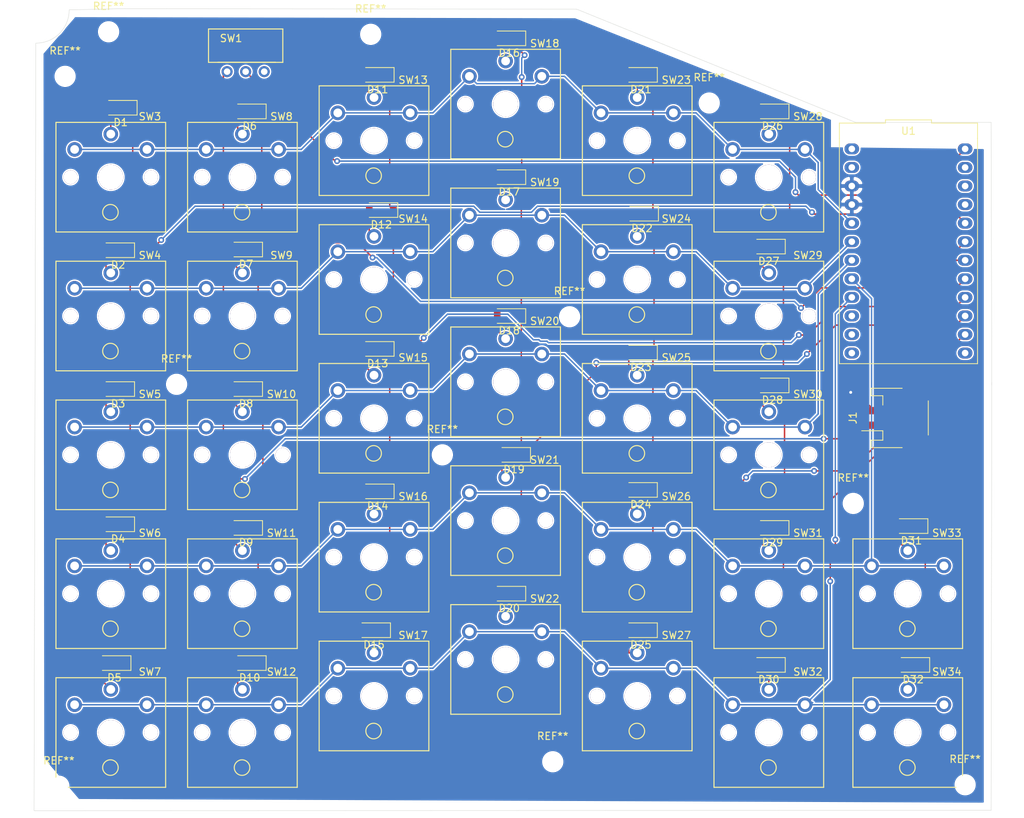
<source format=kicad_pcb>
(kicad_pcb (version 20171130) (host pcbnew "(5.1.7-0-10_14)")
  (layers (0 F.Cu signal) (31 B.Cu signal) (34 B.Paste user) (35 F.Paste user) (36 B.SilkS user) (37 F.SilkS user) (38 B.Mask user) (39 F.Mask user) (44 Edge.Cuts user))
  (net 0 "")
  (net 1 "Net-(D1-Pad2)")
  (net 2 "Net-(D2-Pad2)")
  (net 3 "Net-(D3-Pad2)")
  (net 4 "Net-(D4-Pad2)")
  (net 5 "Net-(D5-Pad2)")
  (net 6 "Net-(D6-Pad2)")
  (net 7 "Net-(D7-Pad2)")
  (net 8 "Net-(D8-Pad2)")
  (net 9 "Net-(D9-Pad2)")
  (net 10 "Net-(D10-Pad2)")
  (net 11 "Net-(D11-Pad2)")
  (net 12 "Net-(D12-Pad2)")
  (net 13 "Net-(D13-Pad2)")
  (net 14 "Net-(D14-Pad2)")
  (net 15 "Net-(D15-Pad2)")
  (net 16 "Net-(D16-Pad2)")
  (net 17 "Net-(D17-Pad2)")
  (net 18 "Net-(D18-Pad2)")
  (net 19 "Net-(D19-Pad2)")
  (net 20 "Net-(D20-Pad2)")
  (net 21 "Net-(D21-Pad2)")
  (net 22 "Net-(D22-Pad2)")
  (net 23 "Net-(D23-Pad2)")
  (net 24 "Net-(D24-Pad2)")
  (net 25 "Net-(D25-Pad2)")
  (net 26 "Net-(D26-Pad2)")
  (net 27 "Net-(D27-Pad2)")
  (net 28 "Net-(D28-Pad2)")
  (net 29 "Net-(D29-Pad2)")
  (net 30 "Net-(D30-Pad2)")
  (net 31 "Net-(D31-Pad2)")
  (net 32 "Net-(D32-Pad2)")
  (net 33 "Net-(J1-Pad1)")
  (net 34 GND)
  (net 35 "Net-(SW1-Pad1)")
  (net 36 "Net-(SW1-Pad2)")
  (net 37 "Net-(SW2-Pad1)")
  (net 38 "Net-(U1-Pad1)")
  (net 39 "Net-(U1-Pad23)")
  (net 40 "Net-(U1-Pad2)")
  (net 41 "Net-(U1-Pad21)")
  (net 42 "Net-(U1-Pad10)")
  (net 43 "Net-(U1-Pad11)")
  (net 44 "Net-(U1-Pad13)")
  (net 45 "Net-(U1-Pad12)")
  (net 46 /L_column1)
  (net 47 /L_column2)
  (net 48 /L_column3)
  (net 49 /L_column4)
  (net 50 /L_column5)
  (net 51 /L_column6)
  (net 52 /L_column7)
  (net 53 /L_Row1)
  (net 54 /L_Row2)
  (net 55 /L_Row3)
  (net 56 /L_Row4)
  (net 57 /L_Row5)
  (module MountingHole:MountingHole_2.5mm (layer F.Cu) (at 110.55 64)
    (fp_text reference REF** (at 0 -3.5) (layer F.SilkS))
    (fp_text value MountingHole_2.5mm)
    (pad 1 np_thru_hole circle (at 0 0) (size 2.5 2.5) (drill 2.5) (layers *.Cu *.Mask))
  )
  (module MountingHole:MountingHole_2.5mm (layer F.Cu) (at 56.8 73.25)
    (fp_text reference REF** (at 0 -3.5) (layer F.SilkS))
    (fp_text value MountingHole_2.5mm)
    (pad 1 np_thru_hole circle (at 0 0) (size 2.5 2.5) (drill 2.5) (layers *.Cu *.Mask))
  )
  (module MountingHole:MountingHole_2.5mm (layer F.Cu) (at 93.15 82.9)
    (fp_text reference REF** (at 0 -3.5) (layer F.SilkS))
    (fp_text value MountingHole_2.5mm)
    (pad 1 np_thru_hole circle (at 0 0) (size 2.5 2.5) (drill 2.5) (layers *.Cu *.Mask))
  )
  (module MountingHole:MountingHole_2.5mm (layer F.Cu) (at 40.7 128.25)
    (fp_text reference REF** (at 0 -3.5) (layer F.SilkS))
    (fp_text value MountingHole_2.5mm)
    (pad 1 np_thru_hole circle (at 0 0) (size 2.5 2.5) (drill 2.5) (layers *.Cu *.Mask))
  )
  (module MountingHole:MountingHole_2.5mm (layer F.Cu) (at 108.25 124.9)
    (fp_text reference REF** (at 0 -3.5) (layer F.SilkS))
    (fp_text value MountingHole_2.5mm)
    (pad 1 np_thru_hole circle (at 0 0) (size 2.5 2.5) (drill 2.5) (layers *.Cu *.Mask))
  )
  (module MountingHole:MountingHole_2.5mm (layer F.Cu) (at 164.65 128.05)
    (fp_text reference REF** (at 0 -3.5) (layer F.SilkS))
    (fp_text value MountingHole_2.5mm)
    (pad 1 np_thru_hole circle (at 0 0) (size 2.5 2.5) (drill 2.5) (layers *.Cu *.Mask))
  )
  (module MountingHole:MountingHole_2.5mm (layer F.Cu) (at 149.35 89.55)
    (fp_text reference REF** (at 0 -3.5) (layer F.SilkS))
    (fp_text value MountingHole_2.5mm)
    (pad 1 np_thru_hole circle (at 0 0) (size 2.5 2.5) (drill 2.5) (layers *.Cu *.Mask))
  )
  (module MountingHole:MountingHole_2.5mm (layer F.Cu) (at 129.65 34.75)
    (fp_text reference REF** (at 0 -3.5) (layer F.SilkS))
    (fp_text value MountingHole_2.5mm)
    (pad 1 np_thru_hole circle (at 0 0) (size 2.5 2.5) (drill 2.5) (layers *.Cu *.Mask))
  )
  (module MountingHole:MountingHole_2.5mm (layer F.Cu) (at 83.35 25.35)
    (fp_text reference REF** (at 0 -3.5) (layer F.SilkS))
    (fp_text value MountingHole_2.5mm)
    (pad 1 np_thru_hole circle (at 0 0) (size 2.5 2.5) (drill 2.5) (layers *.Cu *.Mask))
  )
  (module MountingHole:MountingHole_2.5mm (layer F.Cu) (at 41.55 31.1)
    (fp_text reference REF** (at 0 -3.5) (layer F.SilkS))
    (fp_text value MountingHole_2.5mm)
    (pad 1 np_thru_hole circle (at 0 0) (size 2.5 2.5) (drill 2.5) (layers *.Cu *.Mask))
  )
  (module MountingHole:MountingHole_2.5mm (layer F.Cu) (at 47.5 25)
    (fp_text reference REF** (at 0 -3.5) (layer F.SilkS))
    (fp_text value MountingHole_2.5mm)
    (pad 1 np_thru_hole circle (at 0 0) (size 2.5 2.5) (drill 2.5) (layers *.Cu *.Mask))
  )
  (module Package_DIP:nice!nano (layer F.Cu) (at 156.9 55 270)
    (fp_text reference U1 (at -16.42 0) (layer F.SilkS))
    (fp_text value nice!nano)
    (pad 24 thru_hole oval (at -13.97 -7.75 270) (size 1.5 2) (drill 0.9) (layers *.Cu *.Mask) (net 36 "Net-(SW1-Pad2)"))
    (pad 1 thru_hole oval (at -13.97 7.75 270) (size 1.5 2) (drill 0.9) (layers *.Cu *.Mask) (net 38 "Net-(U1-Pad1)"))
    (pad 23 thru_hole oval (at -11.43 -7.75 270) (size 1.5 2) (drill 0.9) (layers *.Cu *.Mask) (net 39 "Net-(U1-Pad23)"))
    (pad 2 thru_hole oval (at -11.43 7.75 270) (size 1.5 2) (drill 0.9) (layers *.Cu *.Mask) (net 40 "Net-(U1-Pad2)"))
    (pad 22 thru_hole oval (at -8.89 -7.75 270) (size 1.5 2) (drill 0.9) (layers *.Cu *.Mask) (net 37 "Net-(SW2-Pad1)"))
    (pad 3 thru_hole oval (at -8.89 7.75 270) (size 1.5 2) (drill 0.9) (layers *.Cu *.Mask) (net 34 GND))
    (pad 21 thru_hole oval (at -6.35 -7.75 270) (size 1.5 2) (drill 0.9) (layers *.Cu *.Mask) (net 41 "Net-(U1-Pad21)"))
    (pad 4 thru_hole oval (at -6.35 7.75 270) (size 1.5 2) (drill 0.9) (layers *.Cu *.Mask) (net 34 GND))
    (pad 20 thru_hole oval (at -3.81 -7.75 270) (size 1.5 2) (drill 0.9) (layers *.Cu *.Mask) (net 46 /L_column1))
    (pad 5 thru_hole oval (at -3.81 7.75 270) (size 1.5 2) (drill 0.9) (layers *.Cu *.Mask) (net 53 /L_Row1))
    (pad 19 thru_hole oval (at -1.27 -7.75 270) (size 1.5 2) (drill 0.9) (layers *.Cu *.Mask) (net 47 /L_column2))
    (pad 6 thru_hole oval (at -1.27 7.75 270) (size 1.5 2) (drill 0.9) (layers *.Cu *.Mask) (net 54 /L_Row2))
    (pad 18 thru_hole oval (at 1.27 -7.75 270) (size 1.5 2) (drill 0.9) (layers *.Cu *.Mask) (net 48 /L_column3))
    (pad 7 thru_hole oval (at 1.27 7.75 270) (size 1.5 2) (drill 0.9) (layers *.Cu *.Mask) (net 55 /L_Row3))
    (pad 17 thru_hole oval (at 3.81 -7.75 270) (size 1.5 2) (drill 0.9) (layers *.Cu *.Mask) (net 49 /L_column4))
    (pad 8 thru_hole oval (at 3.81 7.75 270) (size 1.5 2) (drill 0.9) (layers *.Cu *.Mask) (net 56 /L_Row4))
    (pad 16 thru_hole oval (at 6.35 -7.75 270) (size 1.5 2) (drill 0.9) (layers *.Cu *.Mask) (net 50 /L_column5))
    (pad 9 thru_hole oval (at 6.35 7.75 270) (size 1.5 2) (drill 0.9) (layers *.Cu *.Mask) (net 57 /L_Row5))
    (pad 15 thru_hole oval (at 8.89 -7.75 270) (size 1.5 2) (drill 0.9) (layers *.Cu *.Mask) (net 51 /L_column6))
    (pad 10 thru_hole oval (at 8.89 7.75 270) (size 1.5 2) (drill 0.9) (layers *.Cu *.Mask) (net 42 "Net-(U1-Pad10)"))
    (pad 14 thru_hole oval (at 11.43 -7.75 270) (size 1.5 2) (drill 0.9) (layers *.Cu *.Mask) (net 52 /L_column7))
    (pad 11 thru_hole oval (at 11.43 7.75 270) (size 1.5 2) (drill 0.9) (layers *.Cu *.Mask) (net 43 "Net-(U1-Pad11)"))
    (pad 13 thru_hole oval (at 13.97 -7.75 270) (size 1.5 2) (drill 0.9) (layers *.Cu *.Mask) (net 44 "Net-(U1-Pad13)"))
    (pad 12 thru_hole oval (at 13.97 7.75 270) (size 1.5 2) (drill 0.9) (layers *.Cu *.Mask) (net 45 "Net-(U1-Pad12)"))
  )
  (module kailh:Kailh_low_profile (layer F.Cu) (at 47.8 63.9)
    (fp_text reference SW4 (at 5.35 -8.3) (layer F.SilkS))
    (fp_text value SW_SPST)
    (pad 1 thru_hole circle (at -4.95 -3.8) (size 2 2) (drill 1.2) (layers *.Cu *.Mask) (net 54 /L_Row2))
    (pad 1 thru_hole circle (at 4.95 -3.8) (size 2 2) (drill 1.2) (layers *.Cu *.Mask) (net 54 /L_Row2))
    (pad 2 thru_hole circle (at 0 -5.9) (size 2 2) (drill 1.2) (layers *.Cu *.Mask) (net 2 "Net-(D2-Pad2)"))
    (pad "" thru_hole circle (at -5.5 0) (size 1.9 1.9) (drill 1.9) (layers *.Cu *.Mask))
    (pad "" thru_hole circle (at 5.5 0) (size 1.9 1.9) (drill 1.9) (layers *.Cu *.Mask))
    (pad "" thru_hole circle (at 0 0) (size 3.4 3.4) (drill 3.4) (layers *.Cu *.Mask))
  )
  (module Diode_SMD:D_SOD-123 (layer F.Cu) (at 49.15 35.4 180)
    (fp_text reference D1 (at 0 -2) (layer F.SilkS))
    (fp_text value D0)
    (pad 1 smd rect (at -1.65 0 180) (size 0.9 1.2) (layers F.Cu F.Paste F.Mask) (net 46 /L_column1))
    (pad 2 smd rect (at 1.65 0 180) (size 0.9 1.2) (layers F.Cu F.Paste F.Mask) (net 1 "Net-(D1-Pad2)"))
  )
  (module Diode_SMD:D_SOD-123 (layer F.Cu) (at 48.8 54.9 180)
    (fp_text reference D2 (at 0 -2) (layer F.SilkS))
    (fp_text value D0)
    (pad 1 smd rect (at -1.65 0 180) (size 0.9 1.2) (layers F.Cu F.Paste F.Mask) (net 46 /L_column1))
    (pad 2 smd rect (at 1.65 0 180) (size 0.9 1.2) (layers F.Cu F.Paste F.Mask) (net 2 "Net-(D2-Pad2)"))
  )
  (module Diode_SMD:D_SOD-123 (layer F.Cu) (at 48.8 73.9 180)
    (fp_text reference D3 (at 0 -2) (layer F.SilkS))
    (fp_text value D0)
    (pad 1 smd rect (at -1.65 0 180) (size 0.9 1.2) (layers F.Cu F.Paste F.Mask) (net 46 /L_column1))
    (pad 2 smd rect (at 1.65 0 180) (size 0.9 1.2) (layers F.Cu F.Paste F.Mask) (net 3 "Net-(D3-Pad2)"))
  )
  (module Diode_SMD:D_SOD-123 (layer F.Cu) (at 48.8 92.4 180)
    (fp_text reference D4 (at 0 -2) (layer F.SilkS))
    (fp_text value D0)
    (pad 2 smd rect (at 1.65 0 180) (size 0.9 1.2) (layers F.Cu F.Paste F.Mask) (net 4 "Net-(D4-Pad2)"))
    (pad 1 smd rect (at -1.65 0 180) (size 0.9 1.2) (layers F.Cu F.Paste F.Mask) (net 46 /L_column1))
  )
  (module Diode_SMD:D_SOD-123 (layer F.Cu) (at 48.3 111.4 180)
    (fp_text reference D5 (at 0 -2) (layer F.SilkS))
    (fp_text value D0)
    (pad 2 smd rect (at 1.65 0 180) (size 0.9 1.2) (layers F.Cu F.Paste F.Mask) (net 5 "Net-(D5-Pad2)"))
    (pad 1 smd rect (at -1.65 0 180) (size 0.9 1.2) (layers F.Cu F.Paste F.Mask) (net 46 /L_column1))
  )
  (module Diode_SMD:D_SOD-123 (layer F.Cu) (at 66.8 35.9 180)
    (fp_text reference D6 (at 0 -2) (layer F.SilkS))
    (fp_text value D0)
    (pad 1 smd rect (at -1.65 0 180) (size 0.9 1.2) (layers F.Cu F.Paste F.Mask) (net 47 /L_column2))
    (pad 2 smd rect (at 1.65 0 180) (size 0.9 1.2) (layers F.Cu F.Paste F.Mask) (net 6 "Net-(D6-Pad2)"))
  )
  (module Diode_SMD:D_SOD-123 (layer F.Cu) (at 66.3 54.8 180)
    (fp_text reference D7 (at 0 -2) (layer F.SilkS))
    (fp_text value D0)
    (pad 1 smd rect (at -1.65 0 180) (size 0.9 1.2) (layers F.Cu F.Paste F.Mask) (net 47 /L_column2))
    (pad 2 smd rect (at 1.65 0 180) (size 0.9 1.2) (layers F.Cu F.Paste F.Mask) (net 7 "Net-(D7-Pad2)"))
  )
  (module Diode_SMD:D_SOD-123 (layer F.Cu) (at 66.3 73.9 180)
    (fp_text reference D8 (at 0 -2) (layer F.SilkS))
    (fp_text value D0)
    (pad 1 smd rect (at -1.65 0 180) (size 0.9 1.2) (layers F.Cu F.Paste F.Mask) (net 47 /L_column2))
    (pad 2 smd rect (at 1.65 0 180) (size 0.9 1.2) (layers F.Cu F.Paste F.Mask) (net 8 "Net-(D8-Pad2)"))
  )
  (module Diode_SMD:D_SOD-123 (layer F.Cu) (at 66.3 92.9 180)
    (fp_text reference D9 (at 0 -2) (layer F.SilkS))
    (fp_text value D0)
    (pad 2 smd rect (at 1.65 0 180) (size 0.9 1.2) (layers F.Cu F.Paste F.Mask) (net 9 "Net-(D9-Pad2)"))
    (pad 1 smd rect (at -1.65 0 180) (size 0.9 1.2) (layers F.Cu F.Paste F.Mask) (net 47 /L_column2))
  )
  (module Diode_SMD:D_SOD-123 (layer F.Cu) (at 66.8 111.4 180)
    (fp_text reference D10 (at 0 -2) (layer F.SilkS))
    (fp_text value D0)
    (pad 2 smd rect (at 1.65 0 180) (size 0.9 1.2) (layers F.Cu F.Paste F.Mask) (net 10 "Net-(D10-Pad2)"))
    (pad 1 smd rect (at -1.65 0 180) (size 0.9 1.2) (layers F.Cu F.Paste F.Mask) (net 47 /L_column2))
  )
  (module Diode_SMD:D_SOD-123 (layer F.Cu) (at 84.3 30.9 180)
    (fp_text reference D11 (at 0 -2) (layer F.SilkS))
    (fp_text value D0)
    (pad 1 smd rect (at -1.65 0 180) (size 0.9 1.2) (layers F.Cu F.Paste F.Mask) (net 48 /L_column3))
    (pad 2 smd rect (at 1.65 0 180) (size 0.9 1.2) (layers F.Cu F.Paste F.Mask) (net 11 "Net-(D11-Pad2)"))
  )
  (module Diode_SMD:D_SOD-123 (layer F.Cu) (at 84.8 49.4 180)
    (fp_text reference D12 (at 0 -2) (layer F.SilkS))
    (fp_text value D0)
    (pad 1 smd rect (at -1.65 0 180) (size 0.9 1.2) (layers F.Cu F.Paste F.Mask) (net 48 /L_column3))
    (pad 2 smd rect (at 1.65 0 180) (size 0.9 1.2) (layers F.Cu F.Paste F.Mask) (net 12 "Net-(D12-Pad2)"))
  )
  (module Diode_SMD:D_SOD-123 (layer F.Cu) (at 84.3 68.4 180)
    (fp_text reference D13 (at 0 -2) (layer F.SilkS))
    (fp_text value D0)
    (pad 1 smd rect (at -1.65 0 180) (size 0.9 1.2) (layers F.Cu F.Paste F.Mask) (net 48 /L_column3))
    (pad 2 smd rect (at 1.65 0 180) (size 0.9 1.2) (layers F.Cu F.Paste F.Mask) (net 13 "Net-(D13-Pad2)"))
  )
  (module Diode_SMD:D_SOD-123 (layer F.Cu) (at 84.3 87.9 180)
    (fp_text reference D14 (at 0 -2) (layer F.SilkS))
    (fp_text value D0)
    (pad 2 smd rect (at 1.65 0 180) (size 0.9 1.2) (layers F.Cu F.Paste F.Mask) (net 14 "Net-(D14-Pad2)"))
    (pad 1 smd rect (at -1.65 0 180) (size 0.9 1.2) (layers F.Cu F.Paste F.Mask) (net 48 /L_column3))
  )
  (module Diode_SMD:D_SOD-123 (layer F.Cu) (at 83.8 106.9 180)
    (fp_text reference D15 (at 0 -2) (layer F.SilkS))
    (fp_text value D0)
    (pad 2 smd rect (at 1.65 0 180) (size 0.9 1.2) (layers F.Cu F.Paste F.Mask) (net 15 "Net-(D15-Pad2)"))
    (pad 1 smd rect (at -1.65 0 180) (size 0.9 1.2) (layers F.Cu F.Paste F.Mask) (net 48 /L_column3))
  )
  (module Diode_SMD:D_SOD-123 (layer F.Cu) (at 102.3 25.9 180)
    (fp_text reference D16 (at 0 -2) (layer F.SilkS))
    (fp_text value D0)
    (pad 1 smd rect (at -1.65 0 180) (size 0.9 1.2) (layers F.Cu F.Paste F.Mask) (net 49 /L_column4))
    (pad 2 smd rect (at 1.65 0 180) (size 0.9 1.2) (layers F.Cu F.Paste F.Mask) (net 16 "Net-(D16-Pad2)"))
  )
  (module Diode_SMD:D_SOD-123 (layer F.Cu) (at 102.3 44.9 180)
    (fp_text reference D17 (at 0 -2) (layer F.SilkS))
    (fp_text value D0)
    (pad 1 smd rect (at -1.65 0 180) (size 0.9 1.2) (layers F.Cu F.Paste F.Mask) (net 49 /L_column4))
    (pad 2 smd rect (at 1.65 0 180) (size 0.9 1.2) (layers F.Cu F.Paste F.Mask) (net 17 "Net-(D17-Pad2)"))
  )
  (module Diode_SMD:D_SOD-123 (layer F.Cu) (at 102.3 63.9 180)
    (fp_text reference D18 (at 0 -2) (layer F.SilkS))
    (fp_text value D0)
    (pad 2 smd rect (at 1.65 0 180) (size 0.9 1.2) (layers F.Cu F.Paste F.Mask) (net 18 "Net-(D18-Pad2)"))
    (pad 1 smd rect (at -1.65 0 180) (size 0.9 1.2) (layers F.Cu F.Paste F.Mask) (net 49 /L_column4))
  )
  (module Diode_SMD:D_SOD-123 (layer F.Cu) (at 102.95 82.9 180)
    (fp_text reference D19 (at 0 -2) (layer F.SilkS))
    (fp_text value D0)
    (pad 2 smd rect (at 1.65 0 180) (size 0.9 1.2) (layers F.Cu F.Paste F.Mask) (net 19 "Net-(D19-Pad2)"))
    (pad 1 smd rect (at -1.65 0 180) (size 0.9 1.2) (layers F.Cu F.Paste F.Mask) (net 49 /L_column4))
  )
  (module Diode_SMD:D_SOD-123 (layer F.Cu) (at 102.3 101.9 180)
    (fp_text reference D20 (at 0 -2) (layer F.SilkS))
    (fp_text value D0)
    (pad 2 smd rect (at 1.65 0 180) (size 0.9 1.2) (layers F.Cu F.Paste F.Mask) (net 20 "Net-(D20-Pad2)"))
    (pad 1 smd rect (at -1.65 0 180) (size 0.9 1.2) (layers F.Cu F.Paste F.Mask) (net 49 /L_column4))
  )
  (module Diode_SMD:D_SOD-123 (layer F.Cu) (at 120.3 30.9 180)
    (fp_text reference D21 (at 0 -2) (layer F.SilkS))
    (fp_text value D0)
    (pad 1 smd rect (at -1.65 0 180) (size 0.9 1.2) (layers F.Cu F.Paste F.Mask) (net 50 /L_column5))
    (pad 2 smd rect (at 1.65 0 180) (size 0.9 1.2) (layers F.Cu F.Paste F.Mask) (net 21 "Net-(D21-Pad2)"))
  )
  (module Diode_SMD:D_SOD-123 (layer F.Cu) (at 120.45 49.9 180)
    (fp_text reference D22 (at 0 -2) (layer F.SilkS))
    (fp_text value D0)
    (pad 1 smd rect (at -1.65 0 180) (size 0.9 1.2) (layers F.Cu F.Paste F.Mask) (net 50 /L_column5))
    (pad 2 smd rect (at 1.65 0 180) (size 0.9 1.2) (layers F.Cu F.Paste F.Mask) (net 22 "Net-(D22-Pad2)"))
  )
  (module Diode_SMD:D_SOD-123 (layer F.Cu) (at 120.3 68.9 180)
    (fp_text reference D23 (at 0 -2) (layer F.SilkS))
    (fp_text value D0)
    (pad 1 smd rect (at -1.65 0 180) (size 0.9 1.2) (layers F.Cu F.Paste F.Mask) (net 50 /L_column5))
    (pad 2 smd rect (at 1.65 0 180) (size 0.9 1.2) (layers F.Cu F.Paste F.Mask) (net 23 "Net-(D23-Pad2)"))
  )
  (module Diode_SMD:D_SOD-123 (layer F.Cu) (at 120.3 87.7 180)
    (fp_text reference D24 (at 0 -2) (layer F.SilkS))
    (fp_text value D0)
    (pad 2 smd rect (at 1.65 0 180) (size 0.9 1.2) (layers F.Cu F.Paste F.Mask) (net 24 "Net-(D24-Pad2)"))
    (pad 1 smd rect (at -1.65 0 180) (size 0.9 1.2) (layers F.Cu F.Paste F.Mask) (net 50 /L_column5))
  )
  (module Diode_SMD:D_SOD-123 (layer F.Cu) (at 120.3 106.9 180)
    (fp_text reference D25 (at 0 -2) (layer F.SilkS))
    (fp_text value D0)
    (pad 2 smd rect (at 1.65 0 180) (size 0.9 1.2) (layers F.Cu F.Paste F.Mask) (net 25 "Net-(D25-Pad2)"))
    (pad 1 smd rect (at -1.65 0 180) (size 0.9 1.2) (layers F.Cu F.Paste F.Mask) (net 50 /L_column5))
  )
  (module Diode_SMD:D_SOD-123 (layer F.Cu) (at 138.3 35.9 180)
    (fp_text reference D26 (at 0 -2) (layer F.SilkS))
    (fp_text value D0)
    (pad 1 smd rect (at -1.65 0 180) (size 0.9 1.2) (layers F.Cu F.Paste F.Mask) (net 51 /L_column6))
    (pad 2 smd rect (at 1.65 0 180) (size 0.9 1.2) (layers F.Cu F.Paste F.Mask) (net 26 "Net-(D26-Pad2)"))
  )
  (module Diode_SMD:D_SOD-123 (layer F.Cu) (at 137.8 54.4 180)
    (fp_text reference D27 (at 0 -2) (layer F.SilkS))
    (fp_text value D0)
    (pad 1 smd rect (at -1.65 0 180) (size 0.9 1.2) (layers F.Cu F.Paste F.Mask) (net 51 /L_column6))
    (pad 2 smd rect (at 1.65 0 180) (size 0.9 1.2) (layers F.Cu F.Paste F.Mask) (net 27 "Net-(D27-Pad2)"))
  )
  (module Diode_SMD:D_SOD-123 (layer F.Cu) (at 138.3 73.4 180)
    (fp_text reference D28 (at 0 -2) (layer F.SilkS))
    (fp_text value D0)
    (pad 2 smd rect (at 1.65 0 180) (size 0.9 1.2) (layers F.Cu F.Paste F.Mask) (net 28 "Net-(D28-Pad2)"))
    (pad 1 smd rect (at -1.65 0 180) (size 0.9 1.2) (layers F.Cu F.Paste F.Mask) (net 51 /L_column6))
  )
  (module Diode_SMD:D_SOD-123 (layer F.Cu) (at 138.3 92.9 180)
    (fp_text reference D29 (at 0 -2) (layer F.SilkS))
    (fp_text value D0)
    (pad 2 smd rect (at 1.65 0 180) (size 0.9 1.2) (layers F.Cu F.Paste F.Mask) (net 29 "Net-(D29-Pad2)"))
    (pad 1 smd rect (at -1.65 0 180) (size 0.9 1.2) (layers F.Cu F.Paste F.Mask) (net 51 /L_column6))
  )
  (module Diode_SMD:D_SOD-123 (layer F.Cu) (at 137.8 111.65 180)
    (fp_text reference D30 (at 0 -2) (layer F.SilkS))
    (fp_text value D0)
    (pad 2 smd rect (at 1.65 0 180) (size 0.9 1.2) (layers F.Cu F.Paste F.Mask) (net 30 "Net-(D30-Pad2)"))
    (pad 1 smd rect (at -1.65 0 180) (size 0.9 1.2) (layers F.Cu F.Paste F.Mask) (net 51 /L_column6))
  )
  (module Diode_SMD:D_SOD-123 (layer F.Cu) (at 157.3 92.65 180)
    (fp_text reference D31 (at 0 -2) (layer F.SilkS))
    (fp_text value D0)
    (pad 2 smd rect (at 1.65 0 180) (size 0.9 1.2) (layers F.Cu F.Paste F.Mask) (net 31 "Net-(D31-Pad2)"))
    (pad 1 smd rect (at -1.65 0 180) (size 0.9 1.2) (layers F.Cu F.Paste F.Mask) (net 52 /L_column7))
  )
  (module Diode_SMD:D_SOD-123 (layer F.Cu) (at 157.55 111.65 180)
    (fp_text reference D32 (at 0 -2) (layer F.SilkS))
    (fp_text value D0)
    (pad 2 smd rect (at 1.65 0 180) (size 0.9 1.2) (layers F.Cu F.Paste F.Mask) (net 32 "Net-(D32-Pad2)"))
    (pad 1 smd rect (at -1.65 0 180) (size 0.9 1.2) (layers F.Cu F.Paste F.Mask) (net 52 /L_column7))
  )
  (module keyswitch:EQZ1K2-switch (layer F.Cu) (at 66.5 26.9 180)
    (fp_text reference SW1 (at 2.25 1) (layer F.SilkS))
    (fp_text value SW_SPDT)
    (pad 1 thru_hole circle (at -2.286 -3.556 180) (size 1.524 1.524) (drill 0.9) (layers *.Cu *.Mask) (net 35 "Net-(SW1-Pad1)"))
    (pad 2 thru_hole circle (at 0.254 -3.556 180) (size 1.524 1.524) (drill 0.9) (layers *.Cu *.Mask) (net 36 "Net-(SW1-Pad2)"))
    (pad 3 thru_hole circle (at 2.794 -3.556 180) (size 1.524 1.524) (drill 0.9) (layers *.Cu *.Mask) (net 33 "Net-(J1-Pad1)"))
  )
  (module kailh:Kailh_low_profile (layer F.Cu) (at 47.8 44.9)
    (fp_text reference SW3 (at 5.35 -8.3) (layer F.SilkS))
    (fp_text value SW_SPST)
    (pad "" thru_hole circle (at 0 0) (size 3.4 3.4) (drill 3.4) (layers *.Cu *.Mask))
    (pad "" thru_hole circle (at 5.5 0) (size 1.9 1.9) (drill 1.9) (layers *.Cu *.Mask))
    (pad "" thru_hole circle (at -5.5 0) (size 1.9 1.9) (drill 1.9) (layers *.Cu *.Mask))
    (pad 2 thru_hole circle (at 0 -5.9) (size 2 2) (drill 1.2) (layers *.Cu *.Mask) (net 1 "Net-(D1-Pad2)"))
    (pad 1 thru_hole circle (at 4.95 -3.8) (size 2 2) (drill 1.2) (layers *.Cu *.Mask) (net 53 /L_Row1))
    (pad 1 thru_hole circle (at -4.95 -3.8) (size 2 2) (drill 1.2) (layers *.Cu *.Mask) (net 53 /L_Row1))
  )
  (module kailh:Kailh_low_profile (layer F.Cu) (at 47.8 82.9)
    (fp_text reference SW5 (at 5.35 -8.3) (layer F.SilkS))
    (fp_text value SW_SPST)
    (pad 1 thru_hole circle (at -4.95 -3.8) (size 2 2) (drill 1.2) (layers *.Cu *.Mask) (net 55 /L_Row3))
    (pad 1 thru_hole circle (at 4.95 -3.8) (size 2 2) (drill 1.2) (layers *.Cu *.Mask) (net 55 /L_Row3))
    (pad 2 thru_hole circle (at 0 -5.9) (size 2 2) (drill 1.2) (layers *.Cu *.Mask) (net 3 "Net-(D3-Pad2)"))
    (pad "" thru_hole circle (at -5.5 0) (size 1.9 1.9) (drill 1.9) (layers *.Cu *.Mask))
    (pad "" thru_hole circle (at 5.5 0) (size 1.9 1.9) (drill 1.9) (layers *.Cu *.Mask))
    (pad "" thru_hole circle (at 0 0) (size 3.4 3.4) (drill 3.4) (layers *.Cu *.Mask))
  )
  (module kailh:Kailh_low_profile (layer F.Cu) (at 47.8 101.9)
    (fp_text reference SW6 (at 5.35 -8.3) (layer F.SilkS))
    (fp_text value SW_SPST)
    (pad "" thru_hole circle (at 0 0) (size 3.4 3.4) (drill 3.4) (layers *.Cu *.Mask))
    (pad "" thru_hole circle (at 5.5 0) (size 1.9 1.9) (drill 1.9) (layers *.Cu *.Mask))
    (pad "" thru_hole circle (at -5.5 0) (size 1.9 1.9) (drill 1.9) (layers *.Cu *.Mask))
    (pad 2 thru_hole circle (at 0 -5.9) (size 2 2) (drill 1.2) (layers *.Cu *.Mask) (net 4 "Net-(D4-Pad2)"))
    (pad 1 thru_hole circle (at 4.95 -3.8) (size 2 2) (drill 1.2) (layers *.Cu *.Mask) (net 56 /L_Row4))
    (pad 1 thru_hole circle (at -4.95 -3.8) (size 2 2) (drill 1.2) (layers *.Cu *.Mask) (net 56 /L_Row4))
  )
  (module kailh:Kailh_low_profile (layer F.Cu) (at 47.8 120.9)
    (fp_text reference SW7 (at 5.35 -8.3) (layer F.SilkS))
    (fp_text value SW_SPST)
    (pad "" thru_hole circle (at 0 0) (size 3.4 3.4) (drill 3.4) (layers *.Cu *.Mask))
    (pad "" thru_hole circle (at 5.5 0) (size 1.9 1.9) (drill 1.9) (layers *.Cu *.Mask))
    (pad "" thru_hole circle (at -5.5 0) (size 1.9 1.9) (drill 1.9) (layers *.Cu *.Mask))
    (pad 2 thru_hole circle (at 0 -5.9) (size 2 2) (drill 1.2) (layers *.Cu *.Mask) (net 5 "Net-(D5-Pad2)"))
    (pad 1 thru_hole circle (at 4.95 -3.8) (size 2 2) (drill 1.2) (layers *.Cu *.Mask) (net 57 /L_Row5))
    (pad 1 thru_hole circle (at -4.95 -3.8) (size 2 2) (drill 1.2) (layers *.Cu *.Mask) (net 57 /L_Row5))
  )
  (module kailh:Kailh_low_profile (layer F.Cu) (at 65.8 44.9)
    (fp_text reference SW8 (at 5.35 -8.3) (layer F.SilkS))
    (fp_text value SW_SPST)
    (pad 1 thru_hole circle (at -4.95 -3.8) (size 2 2) (drill 1.2) (layers *.Cu *.Mask) (net 53 /L_Row1))
    (pad 1 thru_hole circle (at 4.95 -3.8) (size 2 2) (drill 1.2) (layers *.Cu *.Mask) (net 53 /L_Row1))
    (pad 2 thru_hole circle (at 0 -5.9) (size 2 2) (drill 1.2) (layers *.Cu *.Mask) (net 6 "Net-(D6-Pad2)"))
    (pad "" thru_hole circle (at -5.5 0) (size 1.9 1.9) (drill 1.9) (layers *.Cu *.Mask))
    (pad "" thru_hole circle (at 5.5 0) (size 1.9 1.9) (drill 1.9) (layers *.Cu *.Mask))
    (pad "" thru_hole circle (at 0 0) (size 3.4 3.4) (drill 3.4) (layers *.Cu *.Mask))
  )
  (module kailh:Kailh_low_profile (layer F.Cu) (at 65.8 63.9)
    (fp_text reference SW9 (at 5.35 -8.3) (layer F.SilkS))
    (fp_text value SW_SPST)
    (pad 1 thru_hole circle (at -4.95 -3.8) (size 2 2) (drill 1.2) (layers *.Cu *.Mask) (net 54 /L_Row2))
    (pad 1 thru_hole circle (at 4.95 -3.8) (size 2 2) (drill 1.2) (layers *.Cu *.Mask) (net 54 /L_Row2))
    (pad 2 thru_hole circle (at 0 -5.9) (size 2 2) (drill 1.2) (layers *.Cu *.Mask) (net 7 "Net-(D7-Pad2)"))
    (pad "" thru_hole circle (at -5.5 0) (size 1.9 1.9) (drill 1.9) (layers *.Cu *.Mask))
    (pad "" thru_hole circle (at 5.5 0) (size 1.9 1.9) (drill 1.9) (layers *.Cu *.Mask))
    (pad "" thru_hole circle (at 0 0) (size 3.4 3.4) (drill 3.4) (layers *.Cu *.Mask))
  )
  (module kailh:Kailh_low_profile (layer F.Cu) (at 65.8 82.9)
    (fp_text reference SW10 (at 5.35 -8.3) (layer F.SilkS))
    (fp_text value SW_SPST)
    (pad 1 thru_hole circle (at -4.95 -3.8) (size 2 2) (drill 1.2) (layers *.Cu *.Mask) (net 55 /L_Row3))
    (pad 1 thru_hole circle (at 4.95 -3.8) (size 2 2) (drill 1.2) (layers *.Cu *.Mask) (net 55 /L_Row3))
    (pad 2 thru_hole circle (at 0 -5.9) (size 2 2) (drill 1.2) (layers *.Cu *.Mask) (net 8 "Net-(D8-Pad2)"))
    (pad "" thru_hole circle (at -5.5 0) (size 1.9 1.9) (drill 1.9) (layers *.Cu *.Mask))
    (pad "" thru_hole circle (at 5.5 0) (size 1.9 1.9) (drill 1.9) (layers *.Cu *.Mask))
    (pad "" thru_hole circle (at 0 0) (size 3.4 3.4) (drill 3.4) (layers *.Cu *.Mask))
  )
  (module kailh:Kailh_low_profile (layer F.Cu) (at 65.8 101.9)
    (fp_text reference SW11 (at 5.35 -8.3) (layer F.SilkS))
    (fp_text value SW_SPST)
    (pad "" thru_hole circle (at 0 0) (size 3.4 3.4) (drill 3.4) (layers *.Cu *.Mask))
    (pad "" thru_hole circle (at 5.5 0) (size 1.9 1.9) (drill 1.9) (layers *.Cu *.Mask))
    (pad "" thru_hole circle (at -5.5 0) (size 1.9 1.9) (drill 1.9) (layers *.Cu *.Mask))
    (pad 2 thru_hole circle (at 0 -5.9) (size 2 2) (drill 1.2) (layers *.Cu *.Mask) (net 9 "Net-(D9-Pad2)"))
    (pad 1 thru_hole circle (at 4.95 -3.8) (size 2 2) (drill 1.2) (layers *.Cu *.Mask) (net 56 /L_Row4))
    (pad 1 thru_hole circle (at -4.95 -3.8) (size 2 2) (drill 1.2) (layers *.Cu *.Mask) (net 56 /L_Row4))
  )
  (module kailh:Kailh_low_profile (layer F.Cu) (at 65.8 120.9)
    (fp_text reference SW12 (at 5.35 -8.3) (layer F.SilkS))
    (fp_text value SW_SPST)
    (pad "" thru_hole circle (at 0 0) (size 3.4 3.4) (drill 3.4) (layers *.Cu *.Mask))
    (pad "" thru_hole circle (at 5.5 0) (size 1.9 1.9) (drill 1.9) (layers *.Cu *.Mask))
    (pad "" thru_hole circle (at -5.5 0) (size 1.9 1.9) (drill 1.9) (layers *.Cu *.Mask))
    (pad 2 thru_hole circle (at 0 -5.9) (size 2 2) (drill 1.2) (layers *.Cu *.Mask) (net 10 "Net-(D10-Pad2)"))
    (pad 1 thru_hole circle (at 4.95 -3.8) (size 2 2) (drill 1.2) (layers *.Cu *.Mask) (net 57 /L_Row5))
    (pad 1 thru_hole circle (at -4.95 -3.8) (size 2 2) (drill 1.2) (layers *.Cu *.Mask) (net 57 /L_Row5))
  )
  (module kailh:Kailh_low_profile (layer F.Cu) (at 83.8 39.9)
    (fp_text reference SW13 (at 5.35 -8.3) (layer F.SilkS))
    (fp_text value SW_SPST)
    (pad 1 thru_hole circle (at -4.95 -3.8) (size 2 2) (drill 1.2) (layers *.Cu *.Mask) (net 53 /L_Row1))
    (pad 1 thru_hole circle (at 4.95 -3.8) (size 2 2) (drill 1.2) (layers *.Cu *.Mask) (net 53 /L_Row1))
    (pad 2 thru_hole circle (at 0 -5.9) (size 2 2) (drill 1.2) (layers *.Cu *.Mask) (net 11 "Net-(D11-Pad2)"))
    (pad "" thru_hole circle (at -5.5 0) (size 1.9 1.9) (drill 1.9) (layers *.Cu *.Mask))
    (pad "" thru_hole circle (at 5.5 0) (size 1.9 1.9) (drill 1.9) (layers *.Cu *.Mask))
    (pad "" thru_hole circle (at 0 0) (size 3.4 3.4) (drill 3.4) (layers *.Cu *.Mask))
  )
  (module kailh:Kailh_low_profile (layer F.Cu) (at 83.8 58.9)
    (fp_text reference SW14 (at 5.35 -8.3) (layer F.SilkS))
    (fp_text value SW_SPST)
    (pad 1 thru_hole circle (at -4.95 -3.8) (size 2 2) (drill 1.2) (layers *.Cu *.Mask) (net 54 /L_Row2))
    (pad 1 thru_hole circle (at 4.95 -3.8) (size 2 2) (drill 1.2) (layers *.Cu *.Mask) (net 54 /L_Row2))
    (pad 2 thru_hole circle (at 0 -5.9) (size 2 2) (drill 1.2) (layers *.Cu *.Mask) (net 12 "Net-(D12-Pad2)"))
    (pad "" thru_hole circle (at -5.5 0) (size 1.9 1.9) (drill 1.9) (layers *.Cu *.Mask))
    (pad "" thru_hole circle (at 5.5 0) (size 1.9 1.9) (drill 1.9) (layers *.Cu *.Mask))
    (pad "" thru_hole circle (at 0 0) (size 3.4 3.4) (drill 3.4) (layers *.Cu *.Mask))
  )
  (module kailh:Kailh_low_profile (layer F.Cu) (at 83.8 77.9)
    (fp_text reference SW15 (at 5.35 -8.3) (layer F.SilkS))
    (fp_text value SW_SPST)
    (pad 1 thru_hole circle (at -4.95 -3.8) (size 2 2) (drill 1.2) (layers *.Cu *.Mask) (net 55 /L_Row3))
    (pad 1 thru_hole circle (at 4.95 -3.8) (size 2 2) (drill 1.2) (layers *.Cu *.Mask) (net 55 /L_Row3))
    (pad 2 thru_hole circle (at 0 -5.9) (size 2 2) (drill 1.2) (layers *.Cu *.Mask) (net 13 "Net-(D13-Pad2)"))
    (pad "" thru_hole circle (at -5.5 0) (size 1.9 1.9) (drill 1.9) (layers *.Cu *.Mask))
    (pad "" thru_hole circle (at 5.5 0) (size 1.9 1.9) (drill 1.9) (layers *.Cu *.Mask))
    (pad "" thru_hole circle (at 0 0) (size 3.4 3.4) (drill 3.4) (layers *.Cu *.Mask))
  )
  (module kailh:Kailh_low_profile (layer F.Cu) (at 83.8 96.9)
    (fp_text reference SW16 (at 5.35 -8.3) (layer F.SilkS))
    (fp_text value SW_SPST)
    (pad "" thru_hole circle (at 0 0) (size 3.4 3.4) (drill 3.4) (layers *.Cu *.Mask))
    (pad "" thru_hole circle (at 5.5 0) (size 1.9 1.9) (drill 1.9) (layers *.Cu *.Mask))
    (pad "" thru_hole circle (at -5.5 0) (size 1.9 1.9) (drill 1.9) (layers *.Cu *.Mask))
    (pad 2 thru_hole circle (at 0 -5.9) (size 2 2) (drill 1.2) (layers *.Cu *.Mask) (net 14 "Net-(D14-Pad2)"))
    (pad 1 thru_hole circle (at 4.95 -3.8) (size 2 2) (drill 1.2) (layers *.Cu *.Mask) (net 56 /L_Row4))
    (pad 1 thru_hole circle (at -4.95 -3.8) (size 2 2) (drill 1.2) (layers *.Cu *.Mask) (net 56 /L_Row4))
  )
  (module kailh:Kailh_low_profile (layer F.Cu) (at 83.8 115.9)
    (fp_text reference SW17 (at 5.35 -8.3) (layer F.SilkS))
    (fp_text value SW_SPST)
    (pad "" thru_hole circle (at 0 0) (size 3.4 3.4) (drill 3.4) (layers *.Cu *.Mask))
    (pad "" thru_hole circle (at 5.5 0) (size 1.9 1.9) (drill 1.9) (layers *.Cu *.Mask))
    (pad "" thru_hole circle (at -5.5 0) (size 1.9 1.9) (drill 1.9) (layers *.Cu *.Mask))
    (pad 2 thru_hole circle (at 0 -5.9) (size 2 2) (drill 1.2) (layers *.Cu *.Mask) (net 15 "Net-(D15-Pad2)"))
    (pad 1 thru_hole circle (at 4.95 -3.8) (size 2 2) (drill 1.2) (layers *.Cu *.Mask) (net 57 /L_Row5))
    (pad 1 thru_hole circle (at -4.95 -3.8) (size 2 2) (drill 1.2) (layers *.Cu *.Mask) (net 57 /L_Row5))
  )
  (module kailh:Kailh_low_profile (layer F.Cu) (at 101.8 34.9)
    (fp_text reference SW18 (at 5.35 -8.3) (layer F.SilkS))
    (fp_text value SW_SPST)
    (pad 1 thru_hole circle (at -4.95 -3.8) (size 2 2) (drill 1.2) (layers *.Cu *.Mask) (net 53 /L_Row1))
    (pad 1 thru_hole circle (at 4.95 -3.8) (size 2 2) (drill 1.2) (layers *.Cu *.Mask) (net 53 /L_Row1))
    (pad 2 thru_hole circle (at 0 -5.9) (size 2 2) (drill 1.2) (layers *.Cu *.Mask) (net 16 "Net-(D16-Pad2)"))
    (pad "" thru_hole circle (at -5.5 0) (size 1.9 1.9) (drill 1.9) (layers *.Cu *.Mask))
    (pad "" thru_hole circle (at 5.5 0) (size 1.9 1.9) (drill 1.9) (layers *.Cu *.Mask))
    (pad "" thru_hole circle (at 0 0) (size 3.4 3.4) (drill 3.4) (layers *.Cu *.Mask))
  )
  (module kailh:Kailh_low_profile (layer F.Cu) (at 101.8 53.9)
    (fp_text reference SW19 (at 5.35 -8.3) (layer F.SilkS))
    (fp_text value SW_SPST)
    (pad 1 thru_hole circle (at -4.95 -3.8) (size 2 2) (drill 1.2) (layers *.Cu *.Mask) (net 54 /L_Row2))
    (pad 1 thru_hole circle (at 4.95 -3.8) (size 2 2) (drill 1.2) (layers *.Cu *.Mask) (net 54 /L_Row2))
    (pad 2 thru_hole circle (at 0 -5.9) (size 2 2) (drill 1.2) (layers *.Cu *.Mask) (net 17 "Net-(D17-Pad2)"))
    (pad "" thru_hole circle (at -5.5 0) (size 1.9 1.9) (drill 1.9) (layers *.Cu *.Mask))
    (pad "" thru_hole circle (at 5.5 0) (size 1.9 1.9) (drill 1.9) (layers *.Cu *.Mask))
    (pad "" thru_hole circle (at 0 0) (size 3.4 3.4) (drill 3.4) (layers *.Cu *.Mask))
  )
  (module kailh:Kailh_low_profile (layer F.Cu) (at 101.8 72.9)
    (fp_text reference SW20 (at 5.35 -8.3) (layer F.SilkS))
    (fp_text value SW_SPST)
    (pad 1 thru_hole circle (at -4.95 -3.8) (size 2 2) (drill 1.2) (layers *.Cu *.Mask) (net 55 /L_Row3))
    (pad 1 thru_hole circle (at 4.95 -3.8) (size 2 2) (drill 1.2) (layers *.Cu *.Mask) (net 55 /L_Row3))
    (pad 2 thru_hole circle (at 0 -5.9) (size 2 2) (drill 1.2) (layers *.Cu *.Mask) (net 18 "Net-(D18-Pad2)"))
    (pad "" thru_hole circle (at -5.5 0) (size 1.9 1.9) (drill 1.9) (layers *.Cu *.Mask))
    (pad "" thru_hole circle (at 5.5 0) (size 1.9 1.9) (drill 1.9) (layers *.Cu *.Mask))
    (pad "" thru_hole circle (at 0 0) (size 3.4 3.4) (drill 3.4) (layers *.Cu *.Mask))
  )
  (module kailh:Kailh_low_profile (layer F.Cu) (at 101.8 91.9)
    (fp_text reference SW21 (at 5.35 -8.3) (layer F.SilkS))
    (fp_text value SW_SPST)
    (pad "" thru_hole circle (at 0 0) (size 3.4 3.4) (drill 3.4) (layers *.Cu *.Mask))
    (pad "" thru_hole circle (at 5.5 0) (size 1.9 1.9) (drill 1.9) (layers *.Cu *.Mask))
    (pad "" thru_hole circle (at -5.5 0) (size 1.9 1.9) (drill 1.9) (layers *.Cu *.Mask))
    (pad 2 thru_hole circle (at 0 -5.9) (size 2 2) (drill 1.2) (layers *.Cu *.Mask) (net 19 "Net-(D19-Pad2)"))
    (pad 1 thru_hole circle (at 4.95 -3.8) (size 2 2) (drill 1.2) (layers *.Cu *.Mask) (net 56 /L_Row4))
    (pad 1 thru_hole circle (at -4.95 -3.8) (size 2 2) (drill 1.2) (layers *.Cu *.Mask) (net 56 /L_Row4))
  )
  (module kailh:Kailh_low_profile (layer F.Cu) (at 101.8 110.9)
    (fp_text reference SW22 (at 5.35 -8.3) (layer F.SilkS))
    (fp_text value SW_SPST)
    (pad "" thru_hole circle (at 0 0) (size 3.4 3.4) (drill 3.4) (layers *.Cu *.Mask))
    (pad "" thru_hole circle (at 5.5 0) (size 1.9 1.9) (drill 1.9) (layers *.Cu *.Mask))
    (pad "" thru_hole circle (at -5.5 0) (size 1.9 1.9) (drill 1.9) (layers *.Cu *.Mask))
    (pad 2 thru_hole circle (at 0 -5.9) (size 2 2) (drill 1.2) (layers *.Cu *.Mask) (net 20 "Net-(D20-Pad2)"))
    (pad 1 thru_hole circle (at 4.95 -3.8) (size 2 2) (drill 1.2) (layers *.Cu *.Mask) (net 57 /L_Row5))
    (pad 1 thru_hole circle (at -4.95 -3.8) (size 2 2) (drill 1.2) (layers *.Cu *.Mask) (net 57 /L_Row5))
  )
  (module kailh:Kailh_low_profile (layer F.Cu) (at 119.8 39.9)
    (fp_text reference SW23 (at 5.35 -8.3) (layer F.SilkS))
    (fp_text value SW_SPST)
    (pad 1 thru_hole circle (at -4.95 -3.8) (size 2 2) (drill 1.2) (layers *.Cu *.Mask) (net 53 /L_Row1))
    (pad 1 thru_hole circle (at 4.95 -3.8) (size 2 2) (drill 1.2) (layers *.Cu *.Mask) (net 53 /L_Row1))
    (pad 2 thru_hole circle (at 0 -5.9) (size 2 2) (drill 1.2) (layers *.Cu *.Mask) (net 21 "Net-(D21-Pad2)"))
    (pad "" thru_hole circle (at -5.5 0) (size 1.9 1.9) (drill 1.9) (layers *.Cu *.Mask))
    (pad "" thru_hole circle (at 5.5 0) (size 1.9 1.9) (drill 1.9) (layers *.Cu *.Mask))
    (pad "" thru_hole circle (at 0 0) (size 3.4 3.4) (drill 3.4) (layers *.Cu *.Mask))
  )
  (module kailh:Kailh_low_profile (layer F.Cu) (at 119.8 58.9)
    (fp_text reference SW24 (at 5.35 -8.3) (layer F.SilkS))
    (fp_text value SW_SPST)
    (pad 1 thru_hole circle (at -4.95 -3.8) (size 2 2) (drill 1.2) (layers *.Cu *.Mask) (net 54 /L_Row2))
    (pad 1 thru_hole circle (at 4.95 -3.8) (size 2 2) (drill 1.2) (layers *.Cu *.Mask) (net 54 /L_Row2))
    (pad 2 thru_hole circle (at 0 -5.9) (size 2 2) (drill 1.2) (layers *.Cu *.Mask) (net 22 "Net-(D22-Pad2)"))
    (pad "" thru_hole circle (at -5.5 0) (size 1.9 1.9) (drill 1.9) (layers *.Cu *.Mask))
    (pad "" thru_hole circle (at 5.5 0) (size 1.9 1.9) (drill 1.9) (layers *.Cu *.Mask))
    (pad "" thru_hole circle (at 0 0) (size 3.4 3.4) (drill 3.4) (layers *.Cu *.Mask))
  )
  (module kailh:Kailh_low_profile (layer F.Cu) (at 119.8 77.9)
    (fp_text reference SW25 (at 5.35 -8.3) (layer F.SilkS))
    (fp_text value SW_SPST)
    (pad 1 thru_hole circle (at -4.95 -3.8) (size 2 2) (drill 1.2) (layers *.Cu *.Mask) (net 55 /L_Row3))
    (pad 1 thru_hole circle (at 4.95 -3.8) (size 2 2) (drill 1.2) (layers *.Cu *.Mask) (net 55 /L_Row3))
    (pad 2 thru_hole circle (at 0 -5.9) (size 2 2) (drill 1.2) (layers *.Cu *.Mask) (net 23 "Net-(D23-Pad2)"))
    (pad "" thru_hole circle (at -5.5 0) (size 1.9 1.9) (drill 1.9) (layers *.Cu *.Mask))
    (pad "" thru_hole circle (at 5.5 0) (size 1.9 1.9) (drill 1.9) (layers *.Cu *.Mask))
    (pad "" thru_hole circle (at 0 0) (size 3.4 3.4) (drill 3.4) (layers *.Cu *.Mask))
  )
  (module kailh:Kailh_low_profile (layer F.Cu) (at 119.8 96.9)
    (fp_text reference SW26 (at 5.35 -8.3) (layer F.SilkS))
    (fp_text value SW_SPST)
    (pad "" thru_hole circle (at 0 0) (size 3.4 3.4) (drill 3.4) (layers *.Cu *.Mask))
    (pad "" thru_hole circle (at 5.5 0) (size 1.9 1.9) (drill 1.9) (layers *.Cu *.Mask))
    (pad "" thru_hole circle (at -5.5 0) (size 1.9 1.9) (drill 1.9) (layers *.Cu *.Mask))
    (pad 2 thru_hole circle (at 0 -5.9) (size 2 2) (drill 1.2) (layers *.Cu *.Mask) (net 24 "Net-(D24-Pad2)"))
    (pad 1 thru_hole circle (at 4.95 -3.8) (size 2 2) (drill 1.2) (layers *.Cu *.Mask) (net 56 /L_Row4))
    (pad 1 thru_hole circle (at -4.95 -3.8) (size 2 2) (drill 1.2) (layers *.Cu *.Mask) (net 56 /L_Row4))
  )
  (module kailh:Kailh_low_profile (layer F.Cu) (at 119.8 115.9)
    (fp_text reference SW27 (at 5.35 -8.3) (layer F.SilkS))
    (fp_text value SW_SPST)
    (pad "" thru_hole circle (at 0 0) (size 3.4 3.4) (drill 3.4) (layers *.Cu *.Mask))
    (pad "" thru_hole circle (at 5.5 0) (size 1.9 1.9) (drill 1.9) (layers *.Cu *.Mask))
    (pad "" thru_hole circle (at -5.5 0) (size 1.9 1.9) (drill 1.9) (layers *.Cu *.Mask))
    (pad 2 thru_hole circle (at 0 -5.9) (size 2 2) (drill 1.2) (layers *.Cu *.Mask) (net 25 "Net-(D25-Pad2)"))
    (pad 1 thru_hole circle (at 4.95 -3.8) (size 2 2) (drill 1.2) (layers *.Cu *.Mask) (net 57 /L_Row5))
    (pad 1 thru_hole circle (at -4.95 -3.8) (size 2 2) (drill 1.2) (layers *.Cu *.Mask) (net 57 /L_Row5))
  )
  (module kailh:Kailh_low_profile (layer F.Cu) (at 137.8 44.9)
    (fp_text reference SW28 (at 5.35 -8.3) (layer F.SilkS))
    (fp_text value SW_SPST)
    (pad 1 thru_hole circle (at -4.95 -3.8) (size 2 2) (drill 1.2) (layers *.Cu *.Mask) (net 53 /L_Row1))
    (pad 1 thru_hole circle (at 4.95 -3.8) (size 2 2) (drill 1.2) (layers *.Cu *.Mask) (net 53 /L_Row1))
    (pad 2 thru_hole circle (at 0 -5.9) (size 2 2) (drill 1.2) (layers *.Cu *.Mask) (net 26 "Net-(D26-Pad2)"))
    (pad "" thru_hole circle (at -5.5 0) (size 1.9 1.9) (drill 1.9) (layers *.Cu *.Mask))
    (pad "" thru_hole circle (at 5.5 0) (size 1.9 1.9) (drill 1.9) (layers *.Cu *.Mask))
    (pad "" thru_hole circle (at 0 0) (size 3.4 3.4) (drill 3.4) (layers *.Cu *.Mask))
  )
  (module kailh:Kailh_low_profile (layer F.Cu) (at 137.8 63.9)
    (fp_text reference SW29 (at 5.35 -8.3) (layer F.SilkS))
    (fp_text value SW_SPST)
    (pad 1 thru_hole circle (at -4.95 -3.8) (size 2 2) (drill 1.2) (layers *.Cu *.Mask) (net 54 /L_Row2))
    (pad 1 thru_hole circle (at 4.95 -3.8) (size 2 2) (drill 1.2) (layers *.Cu *.Mask) (net 54 /L_Row2))
    (pad 2 thru_hole circle (at 0 -5.9) (size 2 2) (drill 1.2) (layers *.Cu *.Mask) (net 27 "Net-(D27-Pad2)"))
    (pad "" thru_hole circle (at -5.5 0) (size 1.9 1.9) (drill 1.9) (layers *.Cu *.Mask))
    (pad "" thru_hole circle (at 5.5 0) (size 1.9 1.9) (drill 1.9) (layers *.Cu *.Mask))
    (pad "" thru_hole circle (at 0 0) (size 3.4 3.4) (drill 3.4) (layers *.Cu *.Mask))
  )
  (module kailh:Kailh_low_profile (layer F.Cu) (at 137.8 82.9)
    (fp_text reference SW30 (at 5.35 -8.3) (layer F.SilkS))
    (fp_text value SW_SPST)
    (pad "" thru_hole circle (at 0 0) (size 3.4 3.4) (drill 3.4) (layers *.Cu *.Mask))
    (pad "" thru_hole circle (at 5.5 0) (size 1.9 1.9) (drill 1.9) (layers *.Cu *.Mask))
    (pad "" thru_hole circle (at -5.5 0) (size 1.9 1.9) (drill 1.9) (layers *.Cu *.Mask))
    (pad 2 thru_hole circle (at 0 -5.9) (size 2 2) (drill 1.2) (layers *.Cu *.Mask) (net 28 "Net-(D28-Pad2)"))
    (pad 1 thru_hole circle (at 4.95 -3.8) (size 2 2) (drill 1.2) (layers *.Cu *.Mask) (net 55 /L_Row3))
    (pad 1 thru_hole circle (at -4.95 -3.8) (size 2 2) (drill 1.2) (layers *.Cu *.Mask) (net 55 /L_Row3))
  )
  (module kailh:Kailh_low_profile (layer F.Cu) (at 137.8 101.9)
    (fp_text reference SW31 (at 5.35 -8.3) (layer F.SilkS))
    (fp_text value SW_SPST)
    (pad "" thru_hole circle (at 0 0) (size 3.4 3.4) (drill 3.4) (layers *.Cu *.Mask))
    (pad "" thru_hole circle (at 5.5 0) (size 1.9 1.9) (drill 1.9) (layers *.Cu *.Mask))
    (pad "" thru_hole circle (at -5.5 0) (size 1.9 1.9) (drill 1.9) (layers *.Cu *.Mask))
    (pad 2 thru_hole circle (at 0 -5.9) (size 2 2) (drill 1.2) (layers *.Cu *.Mask) (net 29 "Net-(D29-Pad2)"))
    (pad 1 thru_hole circle (at 4.95 -3.8) (size 2 2) (drill 1.2) (layers *.Cu *.Mask) (net 56 /L_Row4))
    (pad 1 thru_hole circle (at -4.95 -3.8) (size 2 2) (drill 1.2) (layers *.Cu *.Mask) (net 56 /L_Row4))
  )
  (module kailh:Kailh_low_profile (layer F.Cu) (at 137.8 120.9)
    (fp_text reference SW32 (at 5.35 -8.3) (layer F.SilkS))
    (fp_text value SW_SPST)
    (pad "" thru_hole circle (at 0 0) (size 3.4 3.4) (drill 3.4) (layers *.Cu *.Mask))
    (pad "" thru_hole circle (at 5.5 0) (size 1.9 1.9) (drill 1.9) (layers *.Cu *.Mask))
    (pad "" thru_hole circle (at -5.5 0) (size 1.9 1.9) (drill 1.9) (layers *.Cu *.Mask))
    (pad 2 thru_hole circle (at 0 -5.9) (size 2 2) (drill 1.2) (layers *.Cu *.Mask) (net 30 "Net-(D30-Pad2)"))
    (pad 1 thru_hole circle (at 4.95 -3.8) (size 2 2) (drill 1.2) (layers *.Cu *.Mask) (net 57 /L_Row5))
    (pad 1 thru_hole circle (at -4.95 -3.8) (size 2 2) (drill 1.2) (layers *.Cu *.Mask) (net 57 /L_Row5))
  )
  (module kailh:Kailh_low_profile (layer F.Cu) (at 156.8 101.9)
    (fp_text reference SW33 (at 5.35 -8.3) (layer F.SilkS))
    (fp_text value SW_SPST)
    (pad "" thru_hole circle (at 0 0) (size 3.4 3.4) (drill 3.4) (layers *.Cu *.Mask))
    (pad "" thru_hole circle (at 5.5 0) (size 1.9 1.9) (drill 1.9) (layers *.Cu *.Mask))
    (pad "" thru_hole circle (at -5.5 0) (size 1.9 1.9) (drill 1.9) (layers *.Cu *.Mask))
    (pad 2 thru_hole circle (at 0 -5.9) (size 2 2) (drill 1.2) (layers *.Cu *.Mask) (net 31 "Net-(D31-Pad2)"))
    (pad 1 thru_hole circle (at 4.95 -3.8) (size 2 2) (drill 1.2) (layers *.Cu *.Mask) (net 56 /L_Row4))
    (pad 1 thru_hole circle (at -4.95 -3.8) (size 2 2) (drill 1.2) (layers *.Cu *.Mask) (net 56 /L_Row4))
  )
  (module kailh:Kailh_low_profile (layer F.Cu) (at 156.8 120.9)
    (fp_text reference SW34 (at 5.35 -8.3) (layer F.SilkS))
    (fp_text value SW_SPST)
    (pad "" thru_hole circle (at 0 0) (size 3.4 3.4) (drill 3.4) (layers *.Cu *.Mask))
    (pad "" thru_hole circle (at 5.5 0) (size 1.9 1.9) (drill 1.9) (layers *.Cu *.Mask))
    (pad "" thru_hole circle (at -5.5 0) (size 1.9 1.9) (drill 1.9) (layers *.Cu *.Mask))
    (pad 2 thru_hole circle (at 0 -5.9) (size 2 2) (drill 1.2) (layers *.Cu *.Mask) (net 32 "Net-(D32-Pad2)"))
    (pad 1 thru_hole circle (at 4.95 -3.8) (size 2 2) (drill 1.2) (layers *.Cu *.Mask) (net 57 /L_Row5))
    (pad 1 thru_hole circle (at -4.95 -3.8) (size 2 2) (drill 1.2) (layers *.Cu *.Mask) (net 57 /L_Row5))
  )
  (module Connector_JST:JST_PH_S2B-PH-SM4-TB_1x02-1MP_P2.00mm_Horizontal (layer F.Cu) (at 155.1 77.85 90)
    (fp_text reference J1 (at 0 -5.8 90) (layer F.SilkS))
    (fp_text value Conn_01x02_Female)
    (pad MP smd roundrect (at 3.35 2.9 90) (size 1.5 3.4) (layers F.Cu F.Paste F.Mask) (roundrect_rratio 0.166667))
    (pad MP smd roundrect (at -3.35 2.9 90) (size 1.5 3.4) (layers F.Cu F.Paste F.Mask) (roundrect_rratio 0.166667))
    (pad 2 smd roundrect (at 1 -2.85 90) (size 1 3.5) (layers F.Cu F.Paste F.Mask) (net 34 GND))
    (pad 1 smd roundrect (at -1 -2.85 90) (size 1 3.5) (layers F.Cu F.Paste F.Mask) (net 33 "Net-(J1-Pad1)"))
  )
  (gr_line (start 167.95 37.4) (end 168.2 37.4) (layer Edge.Cuts) (width 0.05))
  (gr_line (start 149.65 37.4) (end 167.95 37.4) (layer Edge.Cuts) (width 0.05))
  (gr_line (start 148.55 36.95) (end 149.65 37.4) (layer Edge.Cuts) (width 0.05))
  (gr_line (start 42.1 22) (end 48.9 21.85) (layer Edge.Cuts) (width 0.05))
  (gr_line (start 37.45 131.6) (end 37.3 131.6) (layer Edge.Cuts) (width 0.05))
  (gr_line (start 168.2 131.55) (end 37.45 131.6) (layer Edge.Cuts) (width 0.05))
  (gr_line (start 168.3 73) (end 168.2 131.55) (layer Edge.Cuts) (width 0.05))
  (gr_line (start 168.2 37.4) (end 168.3 73.35) (layer Edge.Cuts) (width 0.05))
  (gr_line (start 111.5 21.9) (end 148.55 36.95) (layer Edge.Cuts) (width 0.05))
  (gr_line (start 48.9 21.85) (end 111.5 21.9) (layer Edge.Cuts) (width 0.05))
  (gr_line (start 37.3 131.55) (end 37.55 26.55) (layer Edge.Cuts) (width 0.05))
  (gr_arc (start 37.6 22.05) (end 37.6 26.55) (angle -90) (layer Edge.Cuts) (width 0.05))
  (segment (start 47.8 35.7) (end 47.5 35.4) (width 0.2) (layer F.Cu) (net 1))
  (segment (start 47.8 39) (end 47.8 35.7) (width 0.2) (layer F.Cu) (net 1))
  (segment (start 47.15 57.35) (end 47.8 58) (width 0.2) (layer F.Cu) (net 2))
  (segment (start 47.15 54.9) (end 47.15 57.35) (width 0.2) (layer F.Cu) (net 2))
  (segment (start 47.15 76.35) (end 47.8 77) (width 0.2) (layer F.Cu) (net 3))
  (segment (start 47.15 73.9) (end 47.15 76.35) (width 0.2) (layer F.Cu) (net 3))
  (segment (start 47.15 95.35) (end 47.8 96) (width 0.2) (layer F.Cu) (net 4))
  (segment (start 47.15 92.4) (end 47.15 95.35) (width 0.2) (layer F.Cu) (net 4))
  (segment (start 46.65 113.85) (end 47.8 115) (width 0.2) (layer F.Cu) (net 5))
  (segment (start 46.65 111.4) (end 46.65 113.85) (width 0.2) (layer F.Cu) (net 5))
  (segment (start 65.15 38.35) (end 65.8 39) (width 0.2) (layer F.Cu) (net 6))
  (segment (start 65.15 35.9) (end 65.15 38.35) (width 0.2) (layer F.Cu) (net 6))
  (segment (start 64.65 56.85) (end 65.8 58) (width 0.2) (layer F.Cu) (net 7))
  (segment (start 64.65 54.8) (end 64.65 56.85) (width 0.2) (layer F.Cu) (net 7))
  (segment (start 64.65 75.85) (end 65.8 77) (width 0.2) (layer F.Cu) (net 8))
  (segment (start 64.65 73.9) (end 64.65 75.85) (width 0.2) (layer F.Cu) (net 8))
  (segment (start 64.65 94.85) (end 65.8 96) (width 0.2) (layer F.Cu) (net 9))
  (segment (start 64.65 92.9) (end 64.65 94.85) (width 0.2) (layer F.Cu) (net 9))
  (segment (start 65.15 114.35) (end 65.8 115) (width 0.2) (layer F.Cu) (net 10))
  (segment (start 65.15 111.4) (end 65.15 114.35) (width 0.2) (layer F.Cu) (net 10))
  (segment (start 82.65 32.85) (end 83.8 34) (width 0.2) (layer F.Cu) (net 11))
  (segment (start 82.65 30.9) (end 82.65 32.85) (width 0.2) (layer F.Cu) (net 11))
  (segment (start 83.15 52.35) (end 83.8 53) (width 0.2) (layer F.Cu) (net 12))
  (segment (start 83.15 49.4) (end 83.15 52.35) (width 0.2) (layer F.Cu) (net 12))
  (segment (start 82.65 70.85) (end 83.8 72) (width 0.2) (layer F.Cu) (net 13))
  (segment (start 82.65 68.4) (end 82.65 70.85) (width 0.2) (layer F.Cu) (net 13))
  (segment (start 82.65 89.85) (end 83.8 91) (width 0.2) (layer F.Cu) (net 14))
  (segment (start 82.65 87.9) (end 82.65 89.85) (width 0.2) (layer F.Cu) (net 14))
  (segment (start 82.15 108.35) (end 83.8 110) (width 0.2) (layer F.Cu) (net 15))
  (segment (start 82.15 106.9) (end 82.15 108.35) (width 0.2) (layer F.Cu) (net 15))
  (segment (start 100.65 27.85) (end 101.8 29) (width 0.2) (layer F.Cu) (net 16))
  (segment (start 100.65 25.9) (end 100.65 27.85) (width 0.2) (layer F.Cu) (net 16))
  (segment (start 100.65 46.85) (end 101.8 48) (width 0.2) (layer F.Cu) (net 17))
  (segment (start 100.65 44.9) (end 100.65 46.85) (width 0.2) (layer F.Cu) (net 17))
  (segment (start 100.65 65.85) (end 101.8 67) (width 0.2) (layer F.Cu) (net 18))
  (segment (start 100.65 63.9) (end 100.65 65.85) (width 0.2) (layer F.Cu) (net 18))
  (segment (start 101.3 85.5) (end 101.8 86) (width 0.2) (layer F.Cu) (net 19))
  (segment (start 101.3 82.9) (end 101.3 85.5) (width 0.2) (layer F.Cu) (net 19))
  (segment (start 100.65 103.85) (end 101.8 105) (width 0.2) (layer F.Cu) (net 20))
  (segment (start 100.65 101.9) (end 100.65 103.85) (width 0.2) (layer F.Cu) (net 20))
  (segment (start 119.8 32.05) (end 118.65 30.9) (width 0.2) (layer F.Cu) (net 21))
  (segment (start 119.8 34) (end 119.8 32.05) (width 0.2) (layer F.Cu) (net 21))
  (segment (start 119.8 50.9) (end 118.8 49.9) (width 0.2) (layer F.Cu) (net 22))
  (segment (start 119.8 53) (end 119.8 50.9) (width 0.2) (layer F.Cu) (net 22))
  (segment (start 118.65 70.85) (end 119.8 72) (width 0.2) (layer F.Cu) (net 23))
  (segment (start 118.65 68.9) (end 118.65 70.85) (width 0.2) (layer F.Cu) (net 23))
  (segment (start 118.65 89.85) (end 119.8 91) (width 0.2) (layer F.Cu) (net 24))
  (segment (start 118.65 87.7) (end 118.65 89.85) (width 0.2) (layer F.Cu) (net 24))
  (segment (start 118.65 106.9) (end 118.65 109.95) (width 0.2) (layer F.Cu) (net 25))
  (segment (start 118.7 110) (end 119.8 110) (width 0.2) (layer F.Cu) (net 25))
  (segment (start 118.65 109.95) (end 118.7 110) (width 0.2) (layer F.Cu) (net 25))
  (segment (start 136.65 37.85) (end 137.8 39) (width 0.2) (layer F.Cu) (net 26))
  (segment (start 136.65 35.9) (end 136.65 37.85) (width 0.2) (layer F.Cu) (net 26))
  (segment (start 136.15 56.35) (end 137.8 58) (width 0.2) (layer F.Cu) (net 27))
  (segment (start 136.15 54.4) (end 136.15 56.35) (width 0.2) (layer F.Cu) (net 27))
  (segment (start 136.65 75.85) (end 137.8 77) (width 0.2) (layer F.Cu) (net 28))
  (segment (start 136.65 73.4) (end 136.65 75.85) (width 0.2) (layer F.Cu) (net 28))
  (segment (start 136.65 94.85) (end 137.8 96) (width 0.2) (layer F.Cu) (net 29))
  (segment (start 136.65 92.9) (end 136.65 94.85) (width 0.2) (layer F.Cu) (net 29))
  (segment (start 137.8 113.3) (end 136.15 111.65) (width 0.2) (layer F.Cu) (net 30))
  (segment (start 137.8 115) (end 137.8 113.3) (width 0.2) (layer F.Cu) (net 30))
  (segment (start 155.65 94.85) (end 156.8 96) (width 0.2) (layer F.Cu) (net 31))
  (segment (start 155.65 92.65) (end 155.65 94.85) (width 0.2) (layer F.Cu) (net 31))
  (segment (start 156.8 112.55) (end 155.9 111.65) (width 0.2) (layer F.Cu) (net 32))
  (segment (start 156.8 115) (end 156.8 112.55) (width 0.2) (layer F.Cu) (net 32))
  (via (at 145.3 80.7) (size 0.8) (drill 0.4) (layers F.Cu B.Cu) (net 33))
  (segment (start 145.3 80.7) (end 150 80.7) (width 0.2) (layer F.Cu) (net 33))
  (segment (start 151.85 78.85) (end 152.25 78.85) (width 0.2) (layer F.Cu) (net 33))
  (segment (start 150 80.7) (end 151.85 78.85) (width 0.2) (layer F.Cu) (net 33))
  (via (at 66.149999 86.199999) (size 0.8) (drill 0.4) (layers F.Cu B.Cu) (net 33))
  (segment (start 145.3 80.7) (end 71.649998 80.7) (width 0.2) (layer B.Cu) (net 33))
  (segment (start 71.649998 80.7) (end 66.149999 86.199999) (width 0.2) (layer B.Cu) (net 33))
  (segment (start 65.599999 86.199999) (end 66.149999 86.199999) (width 0.2) (layer F.Cu) (net 33))
  (segment (start 63.2 83.8) (end 65.599999 86.199999) (width 0.2) (layer F.Cu) (net 33))
  (segment (start 63.2 30.962) (end 63.2 83.8) (width 0.2) (layer F.Cu) (net 33))
  (segment (start 63.706 30.456) (end 63.2 30.962) (width 0.2) (layer F.Cu) (net 33))
  (via (at 149 74.35) (size 0.8) (drill 0.4) (layers F.Cu B.Cu) (net 34))
  (segment (start 149.75 74.35) (end 149 74.35) (width 0.2) (layer F.Cu) (net 34))
  (segment (start 152.25 76.85) (end 149.75 74.35) (width 0.2) (layer F.Cu) (net 34))
  (via (at 78.75 42.7) (size 0.8) (drill 0.4) (layers F.Cu B.Cu) (net 36))
  (segment (start 78.49 42.7) (end 78.75 42.7) (width 0.2) (layer F.Cu) (net 36))
  (segment (start 66.246 30.456) (end 78.49 42.7) (width 0.2) (layer F.Cu) (net 36))
  (via (at 141.45 46.95) (size 0.8) (drill 0.4) (layers F.Cu B.Cu) (net 36))
  (segment (start 164.65 41.03) (end 158.330001 47.349999) (width 0.2) (layer F.Cu) (net 36))
  (segment (start 158.330001 47.349999) (end 141.849999 47.349999) (width 0.2) (layer F.Cu) (net 36))
  (segment (start 141.849999 47.349999) (end 141.45 46.95) (width 0.2) (layer F.Cu) (net 36))
  (segment (start 78.75 42.7) (end 139.25 42.7) (width 0.2) (layer B.Cu) (net 36))
  (segment (start 139.25 42.7) (end 141.45 44.9) (width 0.2) (layer B.Cu) (net 36))
  (segment (start 141.45 44.9) (end 141.45 46.95) (width 0.2) (layer B.Cu) (net 36))
  (segment (start 50.8 35.4) (end 50.8 55.6) (width 0.2) (layer F.Cu) (net 46))
  (segment (start 50.45 55.25) (end 50.45 54.9) (width 0.2) (layer F.Cu) (net 46))
  (segment (start 50.8 55.6) (end 50.45 55.25) (width 0.2) (layer F.Cu) (net 46))
  (segment (start 50.45 54.9) (end 50.45 73.9) (width 0.2) (layer F.Cu) (net 46))
  (segment (start 50.45 73.9) (end 50.45 92.4) (width 0.2) (layer F.Cu) (net 46))
  (segment (start 50.45 110.9) (end 49.95 111.4) (width 0.2) (layer F.Cu) (net 46))
  (segment (start 50.45 92.4) (end 50.45 110.9) (width 0.2) (layer F.Cu) (net 46))
  (via (at 54.7 53.5) (size 0.8) (drill 0.4) (layers F.Cu B.Cu) (net 46))
  (segment (start 53.3 54.9) (end 54.7 53.5) (width 0.2) (layer F.Cu) (net 46))
  (segment (start 50.45 54.9) (end 53.3 54.9) (width 0.2) (layer F.Cu) (net 46))
  (segment (start 142.872999 48.872999) (end 143.7 49.7) (width 0.2) (layer B.Cu) (net 46))
  (via (at 143.7 49.7) (size 0.8) (drill 0.4) (layers F.Cu B.Cu) (net 46))
  (segment (start 106.161039 48.872999) (end 142.872999 48.872999) (width 0.2) (layer B.Cu) (net 46))
  (segment (start 59.327001 48.872999) (end 97.438961 48.872999) (width 0.2) (layer B.Cu) (net 46))
  (segment (start 105.334038 49.7) (end 106.161039 48.872999) (width 0.2) (layer B.Cu) (net 46))
  (segment (start 98.265962 49.7) (end 105.334038 49.7) (width 0.2) (layer B.Cu) (net 46))
  (segment (start 97.438961 48.872999) (end 98.265962 49.7) (width 0.2) (layer B.Cu) (net 46))
  (segment (start 54.7 53.5) (end 59.327001 48.872999) (width 0.2) (layer B.Cu) (net 46))
  (segment (start 163.41 49.95) (end 164.65 51.19) (width 0.2) (layer F.Cu) (net 46))
  (segment (start 143.95 49.95) (end 163.41 49.95) (width 0.2) (layer F.Cu) (net 46))
  (segment (start 143.7 49.7) (end 143.95 49.95) (width 0.2) (layer F.Cu) (net 46))
  (segment (start 68.45 54.3) (end 67.95 54.8) (width 0.2) (layer F.Cu) (net 47))
  (segment (start 68.45 35.9) (end 68.45 54.3) (width 0.2) (layer F.Cu) (net 47))
  (segment (start 67.95 54.8) (end 67.95 73.9) (width 0.2) (layer F.Cu) (net 47))
  (segment (start 67.95 110.9) (end 68.45 111.4) (width 0.2) (layer F.Cu) (net 47))
  (segment (start 67.95 92.9) (end 67.95 110.9) (width 0.2) (layer F.Cu) (net 47))
  (via (at 83.6 55.9) (size 0.8) (drill 0.4) (layers F.Cu B.Cu) (net 47))
  (segment (start 81.572999 53.872999) (end 83.6 55.9) (width 0.2) (layer F.Cu) (net 47))
  (segment (start 68.877001 53.872999) (end 81.572999 53.872999) (width 0.2) (layer F.Cu) (net 47))
  (segment (start 67.95 54.8) (end 68.877001 53.872999) (width 0.2) (layer F.Cu) (net 47))
  (segment (start 141.299999 61.899999) (end 142.203983 62.803983) (width 0.2) (layer B.Cu) (net 47))
  (via (at 142.203983 62.803983) (size 0.8) (drill 0.4) (layers F.Cu B.Cu) (net 47))
  (segment (start 90.165684 61.899999) (end 141.299999 61.899999) (width 0.2) (layer B.Cu) (net 47))
  (segment (start 84.165685 55.9) (end 90.165684 61.899999) (width 0.2) (layer B.Cu) (net 47))
  (segment (start 83.6 55.9) (end 84.165685 55.9) (width 0.2) (layer B.Cu) (net 47))
  (segment (start 68.6 75.35) (end 68.6 91.45) (width 0.2) (layer F.Cu) (net 47))
  (segment (start 67.95 74.7) (end 68.6 75.35) (width 0.2) (layer F.Cu) (net 47))
  (segment (start 68.6 91.45) (end 67.95 92.1) (width 0.2) (layer F.Cu) (net 47))
  (segment (start 67.95 73.9) (end 67.95 74.7) (width 0.2) (layer F.Cu) (net 47))
  (segment (start 67.95 92.1) (end 67.95 92.9) (width 0.2) (layer F.Cu) (net 47))
  (segment (start 144.957966 60.05) (end 158.33 60.05) (width 0.2) (layer F.Cu) (net 47))
  (segment (start 158.33 60.05) (end 164.65 53.73) (width 0.2) (layer F.Cu) (net 47))
  (segment (start 142.203983 62.803983) (end 144.957966 60.05) (width 0.2) (layer F.Cu) (net 47))
  (segment (start 86.45 67.9) (end 85.95 68.4) (width 0.2) (layer F.Cu) (net 48))
  (segment (start 86.45 49.4) (end 86.45 67.9) (width 0.2) (layer F.Cu) (net 48))
  (segment (start 85.95 68.4) (end 85.95 87.9) (width 0.2) (layer F.Cu) (net 48))
  (segment (start 85.95 106.4) (end 85.45 106.9) (width 0.2) (layer F.Cu) (net 48))
  (segment (start 85.95 87.9) (end 85.95 106.4) (width 0.2) (layer F.Cu) (net 48))
  (via (at 90.6 66.9) (size 0.8) (drill 0.4) (layers F.Cu B.Cu) (net 48))
  (segment (start 89.1 68.4) (end 90.6 66.9) (width 0.2) (layer F.Cu) (net 48))
  (segment (start 85.95 68.4) (end 89.1 68.4) (width 0.2) (layer F.Cu) (net 48))
  (via (at 141.9 66.5) (size 0.8) (drill 0.4) (layers F.Cu B.Cu) (net 48))
  (segment (start 140.85 67.55) (end 141.9 66.5) (width 0.2) (layer B.Cu) (net 48))
  (segment (start 107.66196 67.55) (end 140.85 67.55) (width 0.2) (layer B.Cu) (net 48))
  (segment (start 107.46196 67.35) (end 107.66196 67.55) (width 0.2) (layer B.Cu) (net 48))
  (segment (start 106.55 67.35) (end 107.46196 67.35) (width 0.2) (layer B.Cu) (net 48))
  (segment (start 106.35 67.15) (end 106.55 67.35) (width 0.2) (layer B.Cu) (net 48))
  (segment (start 105.6 67.15) (end 106.35 67.15) (width 0.2) (layer B.Cu) (net 48))
  (segment (start 102.1 63.65) (end 105.6 67.15) (width 0.2) (layer B.Cu) (net 48))
  (segment (start 93.85 63.65) (end 102.1 63.65) (width 0.2) (layer B.Cu) (net 48))
  (segment (start 90.6 66.9) (end 93.85 63.65) (width 0.2) (layer B.Cu) (net 48))
  (segment (start 157.12 62.6) (end 163.45 56.27) (width 0.2) (layer F.Cu) (net 48))
  (segment (start 147.05 62.6) (end 157.12 62.6) (width 0.2) (layer F.Cu) (net 48))
  (segment (start 143.15 66.5) (end 147.05 62.6) (width 0.2) (layer F.Cu) (net 48))
  (segment (start 163.45 56.27) (end 164.65 56.27) (width 0.2) (layer F.Cu) (net 48))
  (segment (start 141.9 66.5) (end 143.15 66.5) (width 0.2) (layer F.Cu) (net 48))
  (segment (start 85.95 30.9) (end 85.95 48.9) (width 0.2) (layer F.Cu) (net 48))
  (segment (start 85.95 48.9) (end 86.45 49.4) (width 0.2) (layer F.Cu) (net 48))
  (segment (start 103.95 83.55) (end 104.6 82.9) (width 0.2) (layer F.Cu) (net 49))
  (segment (start 103.95 101.9) (end 103.95 83.55) (width 0.2) (layer F.Cu) (net 49))
  (segment (start 103.95 82.25) (end 104.6 82.9) (width 0.2) (layer F.Cu) (net 49))
  (segment (start 103.95 63.9) (end 103.95 82.25) (width 0.2) (layer F.Cu) (net 49))
  (segment (start 103.95 63.9) (end 103.95 44.9) (width 0.2) (layer F.Cu) (net 49))
  (via (at 104.4 28.2) (size 0.8) (drill 0.4) (layers F.Cu B.Cu) (net 49))
  (segment (start 103.95 27.75) (end 104.4 28.2) (width 0.2) (layer F.Cu) (net 49))
  (segment (start 103.95 25.9) (end 103.95 27.75) (width 0.2) (layer F.Cu) (net 49))
  (segment (start 104 28.6) (end 104 31.2) (width 0.2) (layer B.Cu) (net 49))
  (via (at 104 31.2) (size 0.8) (drill 0.4) (layers F.Cu B.Cu) (net 49))
  (segment (start 104.4 28.2) (end 104 28.6) (width 0.2) (layer B.Cu) (net 49))
  (segment (start 104 44.85) (end 103.95 44.9) (width 0.2) (layer F.Cu) (net 49))
  (segment (start 104 31.2) (end 104 44.85) (width 0.2) (layer F.Cu) (net 49))
  (via (at 114.2 70.3) (size 0.8) (drill 0.4) (layers F.Cu B.Cu) (net 49))
  (segment (start 141.8 70.3) (end 143 69.1) (width 0.2) (layer B.Cu) (net 49))
  (via (at 143 69.1) (size 0.8) (drill 0.4) (layers F.Cu B.Cu) (net 49))
  (segment (start 114.2 70.3) (end 141.8 70.3) (width 0.2) (layer B.Cu) (net 49))
  (segment (start 114.2 71.5) (end 114.2 70.3) (width 0.2) (layer F.Cu) (net 49))
  (segment (start 112.85 74.2) (end 112.85 72.85) (width 0.2) (layer F.Cu) (net 49))
  (segment (start 112.85 72.85) (end 114.2 71.5) (width 0.2) (layer F.Cu) (net 49))
  (segment (start 104.6 82.45) (end 112.85 74.2) (width 0.2) (layer F.Cu) (net 49))
  (segment (start 104.6 82.9) (end 104.6 82.45) (width 0.2) (layer F.Cu) (net 49))
  (segment (start 158.31 65.15) (end 164.65 58.81) (width 0.2) (layer F.Cu) (net 49))
  (segment (start 146.95 65.15) (end 158.31 65.15) (width 0.2) (layer F.Cu) (net 49))
  (segment (start 143 69.1) (end 146.95 65.15) (width 0.2) (layer F.Cu) (net 49))
  (segment (start 121.95 49.75) (end 122.1 49.9) (width 0.2) (layer F.Cu) (net 50))
  (segment (start 121.95 30.9) (end 121.95 49.75) (width 0.2) (layer F.Cu) (net 50))
  (segment (start 122.1 68.75) (end 121.95 68.9) (width 0.2) (layer F.Cu) (net 50))
  (segment (start 122.1 49.9) (end 122.1 68.75) (width 0.2) (layer F.Cu) (net 50))
  (segment (start 121.95 68.9) (end 121.95 87.7) (width 0.2) (layer F.Cu) (net 50))
  (segment (start 121.95 87.7) (end 121.95 106.9) (width 0.2) (layer F.Cu) (net 50))
  (via (at 134.7 86) (size 0.8) (drill 0.4) (layers F.Cu B.Cu) (net 50))
  (segment (start 133 87.7) (end 134.7 86) (width 0.2) (layer F.Cu) (net 50))
  (segment (start 121.95 87.7) (end 133 87.7) (width 0.2) (layer F.Cu) (net 50))
  (via (at 144 85.1) (size 0.8) (drill 0.4) (layers F.Cu B.Cu) (net 50))
  (segment (start 135.6 85.1) (end 144 85.1) (width 0.2) (layer B.Cu) (net 50))
  (segment (start 134.7 86) (end 135.6 85.1) (width 0.2) (layer B.Cu) (net 50))
  (segment (start 154.85 71.15) (end 164.65 61.35) (width 0.2) (layer F.Cu) (net 50))
  (segment (start 154.85 79.2) (end 154.85 71.15) (width 0.2) (layer F.Cu) (net 50))
  (segment (start 148.95 85.1) (end 154.85 79.2) (width 0.2) (layer F.Cu) (net 50))
  (segment (start 144 85.1) (end 148.95 85.1) (width 0.2) (layer F.Cu) (net 50))
  (segment (start 139.800001 93.049999) (end 139.95 92.9) (width 0.2) (layer F.Cu) (net 51))
  (segment (start 139.800001 111.299999) (end 139.800001 93.049999) (width 0.2) (layer F.Cu) (net 51))
  (segment (start 139.45 111.65) (end 139.800001 111.299999) (width 0.2) (layer F.Cu) (net 51))
  (segment (start 139.95 92.9) (end 139.95 73.4) (width 0.2) (layer F.Cu) (net 51))
  (segment (start 139.800001 73.250001) (end 139.95 73.4) (width 0.2) (layer F.Cu) (net 51))
  (segment (start 139.800001 54.750001) (end 139.800001 73.250001) (width 0.2) (layer F.Cu) (net 51))
  (segment (start 139.45 54.4) (end 139.800001 54.750001) (width 0.2) (layer F.Cu) (net 51))
  (segment (start 155.75 72.79) (end 164.65 63.89) (width 0.2) (layer F.Cu) (net 51))
  (segment (start 155.75 79.6) (end 155.75 72.79) (width 0.2) (layer F.Cu) (net 51))
  (segment (start 142.45 92.9) (end 155.75 79.6) (width 0.2) (layer F.Cu) (net 51))
  (segment (start 139.95 92.9) (end 142.45 92.9) (width 0.2) (layer F.Cu) (net 51))
  (segment (start 140.65 53.2) (end 139.45 54.4) (width 0.2) (layer F.Cu) (net 51))
  (segment (start 140.65 36.6) (end 140.65 53.2) (width 0.2) (layer F.Cu) (net 51))
  (segment (start 139.95 35.9) (end 140.65 36.6) (width 0.2) (layer F.Cu) (net 51))
  (segment (start 159.2 92.9) (end 158.95 92.65) (width 0.2) (layer F.Cu) (net 52))
  (segment (start 159.2 111.65) (end 159.2 92.9) (width 0.2) (layer F.Cu) (net 52))
  (segment (start 162.6 68.4) (end 164.57 66.43) (width 0.2) (layer F.Cu) (net 52))
  (segment (start 162.6 89.65) (end 162.6 68.4) (width 0.2) (layer F.Cu) (net 52))
  (segment (start 164.57 66.43) (end 164.65 66.43) (width 0.2) (layer F.Cu) (net 52))
  (segment (start 159.6 92.65) (end 162.6 89.65) (width 0.2) (layer F.Cu) (net 52))
  (segment (start 158.95 92.65) (end 159.6 92.65) (width 0.2) (layer F.Cu) (net 52))
  (segment (start 42.85 41.1) (end 52.75 41.1) (width 0.2) (layer B.Cu) (net 53))
  (segment (start 52.75 41.1) (end 60.85 41.1) (width 0.2) (layer B.Cu) (net 53))
  (segment (start 60.85 41.1) (end 70.75 41.1) (width 0.2) (layer B.Cu) (net 53))
  (segment (start 73.85 41.1) (end 78.85 36.1) (width 0.2) (layer B.Cu) (net 53))
  (segment (start 70.75 41.1) (end 73.85 41.1) (width 0.2) (layer B.Cu) (net 53))
  (segment (start 78.85 36.1) (end 88.75 36.1) (width 0.2) (layer B.Cu) (net 53))
  (segment (start 91.85 36.1) (end 96.85 31.1) (width 0.2) (layer B.Cu) (net 53))
  (segment (start 88.75 36.1) (end 91.85 36.1) (width 0.2) (layer B.Cu) (net 53))
  (segment (start 109.85 31.1) (end 114.85 36.1) (width 0.2) (layer B.Cu) (net 53))
  (segment (start 106.75 31.1) (end 109.85 31.1) (width 0.2) (layer B.Cu) (net 53))
  (segment (start 114.85 36.1) (end 124.75 36.1) (width 0.2) (layer B.Cu) (net 53))
  (segment (start 127.85 36.1) (end 132.85 41.1) (width 0.2) (layer B.Cu) (net 53))
  (segment (start 124.75 36.1) (end 127.85 36.1) (width 0.2) (layer B.Cu) (net 53))
  (segment (start 132.85 41.1) (end 142.75 41.1) (width 0.2) (layer B.Cu) (net 53))
  (segment (start 144.550001 46.590001) (end 149.15 51.19) (width 0.2) (layer B.Cu) (net 53))
  (segment (start 144.550001 42.900001) (end 144.550001 46.590001) (width 0.2) (layer B.Cu) (net 53))
  (segment (start 142.75 41.1) (end 144.550001 42.900001) (width 0.2) (layer B.Cu) (net 53))
  (segment (start 105.750001 32.099999) (end 106.75 31.1) (width 0.2) (layer B.Cu) (net 53))
  (segment (start 97.849999 32.099999) (end 105.750001 32.099999) (width 0.2) (layer B.Cu) (net 53))
  (segment (start 96.85 31.1) (end 97.849999 32.099999) (width 0.2) (layer B.Cu) (net 53))
  (segment (start 42.85 60.1) (end 52.75 60.1) (width 0.2) (layer B.Cu) (net 54))
  (segment (start 52.75 60.1) (end 60.85 60.1) (width 0.2) (layer B.Cu) (net 54))
  (segment (start 60.85 60.1) (end 70.75 60.1) (width 0.2) (layer B.Cu) (net 54))
  (segment (start 73.85 60.1) (end 78.85 55.1) (width 0.2) (layer B.Cu) (net 54))
  (segment (start 70.75 60.1) (end 73.85 60.1) (width 0.2) (layer B.Cu) (net 54))
  (segment (start 78.85 55.1) (end 88.75 55.1) (width 0.2) (layer B.Cu) (net 54))
  (segment (start 91.85 55.1) (end 96.85 50.1) (width 0.2) (layer B.Cu) (net 54))
  (segment (start 88.75 55.1) (end 91.85 55.1) (width 0.2) (layer B.Cu) (net 54))
  (segment (start 96.85 50.1) (end 106.75 50.1) (width 0.2) (layer B.Cu) (net 54))
  (segment (start 109.85 50.1) (end 114.85 55.1) (width 0.2) (layer B.Cu) (net 54))
  (segment (start 106.75 50.1) (end 109.85 50.1) (width 0.2) (layer B.Cu) (net 54))
  (segment (start 114.85 55.1) (end 124.75 55.1) (width 0.2) (layer B.Cu) (net 54))
  (segment (start 127.85 55.1) (end 132.85 60.1) (width 0.2) (layer B.Cu) (net 54))
  (segment (start 124.75 55.1) (end 127.85 55.1) (width 0.2) (layer B.Cu) (net 54))
  (segment (start 132.85 60.1) (end 142.75 60.1) (width 0.2) (layer B.Cu) (net 54))
  (segment (start 149.12 53.73) (end 149.15 53.73) (width 0.2) (layer B.Cu) (net 54))
  (segment (start 142.75 60.1) (end 149.12 53.73) (width 0.2) (layer B.Cu) (net 54))
  (segment (start 42.85 79.1) (end 52.75 79.1) (width 0.2) (layer B.Cu) (net 55))
  (segment (start 52.75 79.1) (end 60.85 79.1) (width 0.2) (layer B.Cu) (net 55))
  (segment (start 60.85 79.1) (end 70.75 79.1) (width 0.2) (layer B.Cu) (net 55))
  (segment (start 73.85 79.1) (end 78.85 74.1) (width 0.2) (layer B.Cu) (net 55))
  (segment (start 70.75 79.1) (end 73.85 79.1) (width 0.2) (layer B.Cu) (net 55))
  (segment (start 78.85 74.1) (end 88.75 74.1) (width 0.2) (layer B.Cu) (net 55))
  (segment (start 91.85 74.1) (end 96.85 69.1) (width 0.2) (layer B.Cu) (net 55))
  (segment (start 88.75 74.1) (end 91.85 74.1) (width 0.2) (layer B.Cu) (net 55))
  (segment (start 96.85 69.1) (end 106.75 69.1) (width 0.2) (layer B.Cu) (net 55))
  (segment (start 109.85 69.1) (end 114.85 74.1) (width 0.2) (layer B.Cu) (net 55))
  (segment (start 106.75 69.1) (end 109.85 69.1) (width 0.2) (layer B.Cu) (net 55))
  (segment (start 114.85 74.1) (end 124.75 74.1) (width 0.2) (layer B.Cu) (net 55))
  (segment (start 127.85 74.1) (end 132.85 79.1) (width 0.2) (layer B.Cu) (net 55))
  (segment (start 124.75 74.1) (end 127.85 74.1) (width 0.2) (layer B.Cu) (net 55))
  (segment (start 132.85 79.1) (end 142.75 79.1) (width 0.2) (layer B.Cu) (net 55))
  (segment (start 144.550001 60.869999) (end 149.15 56.27) (width 0.2) (layer B.Cu) (net 55))
  (segment (start 144.550001 77.299999) (end 144.550001 60.869999) (width 0.2) (layer B.Cu) (net 55))
  (segment (start 142.75 79.1) (end 144.550001 77.299999) (width 0.2) (layer B.Cu) (net 55))
  (segment (start 42.85 98.1) (end 52.75 98.1) (width 0.2) (layer B.Cu) (net 56))
  (segment (start 52.75 98.1) (end 60.85 98.1) (width 0.2) (layer B.Cu) (net 56))
  (segment (start 60.85 98.1) (end 70.75 98.1) (width 0.2) (layer B.Cu) (net 56))
  (segment (start 73.85 98.1) (end 78.85 93.1) (width 0.2) (layer B.Cu) (net 56))
  (segment (start 70.75 98.1) (end 73.85 98.1) (width 0.2) (layer B.Cu) (net 56))
  (segment (start 78.85 93.1) (end 88.75 93.1) (width 0.2) (layer B.Cu) (net 56))
  (segment (start 91.85 93.1) (end 96.85 88.1) (width 0.2) (layer B.Cu) (net 56))
  (segment (start 88.75 93.1) (end 91.85 93.1) (width 0.2) (layer B.Cu) (net 56))
  (segment (start 96.85 88.1) (end 106.75 88.1) (width 0.2) (layer B.Cu) (net 56))
  (segment (start 109.85 88.1) (end 114.85 93.1) (width 0.2) (layer B.Cu) (net 56))
  (segment (start 106.75 88.1) (end 109.85 88.1) (width 0.2) (layer B.Cu) (net 56))
  (segment (start 114.85 93.1) (end 124.75 93.1) (width 0.2) (layer B.Cu) (net 56))
  (segment (start 127.85 93.1) (end 132.85 98.1) (width 0.2) (layer B.Cu) (net 56))
  (segment (start 124.75 93.1) (end 127.85 93.1) (width 0.2) (layer B.Cu) (net 56))
  (segment (start 132.85 98.1) (end 142.75 98.1) (width 0.2) (layer B.Cu) (net 56))
  (segment (start 142.75 98.1) (end 151.85 98.1) (width 0.2) (layer B.Cu) (net 56))
  (segment (start 151.85 98.1) (end 161.75 98.1) (width 0.2) (layer B.Cu) (net 56))
  (segment (start 151.85 61.51) (end 149.15 58.81) (width 0.2) (layer B.Cu) (net 56))
  (segment (start 151.85 98.1) (end 151.85 61.51) (width 0.2) (layer B.Cu) (net 56))
  (segment (start 42.85 117.1) (end 52.75 117.1) (width 0.2) (layer B.Cu) (net 57))
  (segment (start 52.75 117.1) (end 60.85 117.1) (width 0.2) (layer B.Cu) (net 57))
  (segment (start 60.85 117.1) (end 70.75 117.1) (width 0.2) (layer B.Cu) (net 57))
  (segment (start 73.85 117.1) (end 78.85 112.1) (width 0.2) (layer B.Cu) (net 57))
  (segment (start 70.75 117.1) (end 73.85 117.1) (width 0.2) (layer B.Cu) (net 57))
  (segment (start 78.85 112.1) (end 88.75 112.1) (width 0.2) (layer B.Cu) (net 57))
  (segment (start 91.85 112.1) (end 96.85 107.1) (width 0.2) (layer B.Cu) (net 57))
  (segment (start 88.75 112.1) (end 91.85 112.1) (width 0.2) (layer B.Cu) (net 57))
  (segment (start 96.85 107.1) (end 106.75 107.1) (width 0.2) (layer B.Cu) (net 57))
  (segment (start 109.85 107.1) (end 114.85 112.1) (width 0.2) (layer B.Cu) (net 57))
  (segment (start 106.75 107.1) (end 109.85 107.1) (width 0.2) (layer B.Cu) (net 57))
  (segment (start 114.85 112.1) (end 124.75 112.1) (width 0.2) (layer B.Cu) (net 57))
  (segment (start 127.85 112.1) (end 132.85 117.1) (width 0.2) (layer B.Cu) (net 57))
  (segment (start 124.75 112.1) (end 127.85 112.1) (width 0.2) (layer B.Cu) (net 57))
  (segment (start 132.85 117.1) (end 142.75 117.1) (width 0.2) (layer B.Cu) (net 57))
  (segment (start 143.5 117.1) (end 143.8 116.8) (width 0.2) (layer B.Cu) (net 57))
  (segment (start 142.75 117.1) (end 143.5 117.1) (width 0.2) (layer B.Cu) (net 57))
  (segment (start 142.75 117.1) (end 151.85 117.1) (width 0.2) (layer B.Cu) (net 57))
  (segment (start 151.85 117.1) (end 161.75 117.1) (width 0.2) (layer B.Cu) (net 57))
  (via (at 146.2 100.2) (size 0.8) (drill 0.4) (layers F.Cu B.Cu) (net 57))
  (segment (start 146.2 113.65) (end 146.2 100.2) (width 0.2) (layer B.Cu) (net 57))
  (segment (start 142.75 117.1) (end 146.2 113.65) (width 0.2) (layer B.Cu) (net 57))
  (segment (start 146.2 100.2) (end 146.2 96.8) (width 0.2) (layer F.Cu) (net 57))
  (via (at 146.9 94.5) (size 0.8) (drill 0.4) (layers F.Cu B.Cu) (net 57))
  (segment (start 146.9 96.1) (end 146.9 94.5) (width 0.2) (layer F.Cu) (net 57))
  (segment (start 146.2 96.8) (end 146.9 96.1) (width 0.2) (layer F.Cu) (net 57))
  (segment (start 146.9 63.6) (end 149.15 61.35) (width 0.2) (layer B.Cu) (net 57))
  (segment (start 146.9 94.5) (end 146.9 63.6) (width 0.2) (layer B.Cu) (net 57))
  (zone (net 34) (net_name GND) (layer B.Cu) (connect_pads (clearance 0.2)) (min_thickness 0.2) (fill yes (arc_segments 32) (thermal_gap 0.508) (thermal_bridge_width 0.508))
    (polygon (pts (xy 111.3 23.15) (xy 146.3 37.05) (xy 146.3 40.8) (xy 167.2 41.05) (xy 167.2 130.5) (xy 43.45 130) (xy 38.7 124.45) (xy 38.6 28) (xy 42.85 23.1) (xy 42.85 23)))
  )
)
</source>
